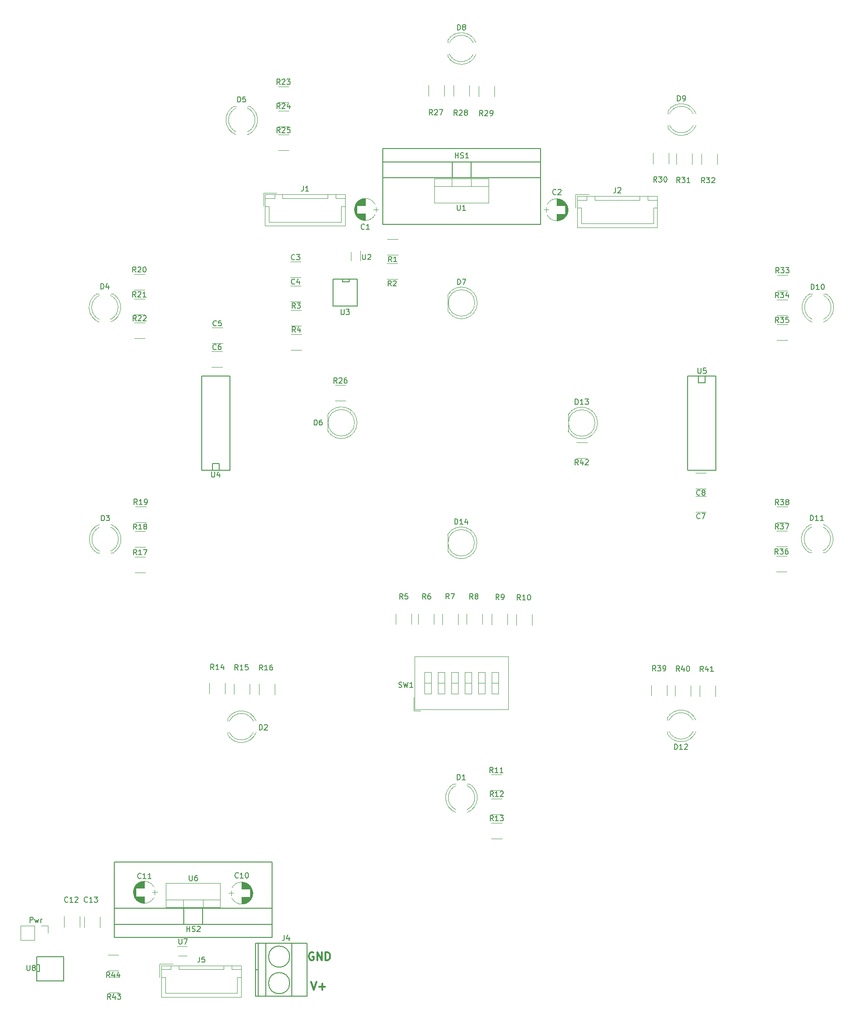
<source format=gto>
G04 #@! TF.FileFunction,Legend,Top*
%FSLAX46Y46*%
G04 Gerber Fmt 4.6, Leading zero omitted, Abs format (unit mm)*
G04 Created by KiCad (PCBNEW 4.0.7) date 02/24/18 14:33:00*
%MOMM*%
%LPD*%
G01*
G04 APERTURE LIST*
%ADD10C,0.100000*%
%ADD11C,0.300000*%
%ADD12C,0.150000*%
%ADD13C,0.120000*%
G04 APERTURE END LIST*
D10*
D11*
X64611429Y-196434971D02*
X65111429Y-197934971D01*
X65611429Y-196434971D01*
X66111429Y-197363543D02*
X67254286Y-197363543D01*
X66682857Y-197934971D02*
X66682857Y-196792114D01*
X65049543Y-190918400D02*
X64906686Y-190846971D01*
X64692400Y-190846971D01*
X64478115Y-190918400D01*
X64335257Y-191061257D01*
X64263829Y-191204114D01*
X64192400Y-191489829D01*
X64192400Y-191704114D01*
X64263829Y-191989829D01*
X64335257Y-192132686D01*
X64478115Y-192275543D01*
X64692400Y-192346971D01*
X64835257Y-192346971D01*
X65049543Y-192275543D01*
X65120972Y-192204114D01*
X65120972Y-191704114D01*
X64835257Y-191704114D01*
X65763829Y-192346971D02*
X65763829Y-190846971D01*
X66620972Y-192346971D01*
X66620972Y-190846971D01*
X67335258Y-192346971D02*
X67335258Y-190846971D01*
X67692401Y-190846971D01*
X67906686Y-190918400D01*
X68049544Y-191061257D01*
X68120972Y-191204114D01*
X68192401Y-191489829D01*
X68192401Y-191704114D01*
X68120972Y-191989829D01*
X68049544Y-192132686D01*
X67906686Y-192275543D01*
X67692401Y-192346971D01*
X67335258Y-192346971D01*
D12*
X94792800Y-44730800D02*
X94792800Y-41730800D01*
X91236800Y-44730800D02*
X91236800Y-41730800D01*
X107914800Y-41730800D02*
X78114800Y-41730800D01*
X107914800Y-39230800D02*
X107914800Y-53500800D01*
X107914800Y-39230800D02*
X78114800Y-39230800D01*
X107914800Y-44730800D02*
X78114800Y-44730800D01*
X78114800Y-39230800D02*
X78114800Y-53500800D01*
X107914800Y-53500800D02*
X78114800Y-53500800D01*
D13*
X72993964Y-51677570D02*
G75*
G03X76686396Y-51678400I1846436J979170D01*
G01*
X72993964Y-49719230D02*
G75*
G02X76686396Y-49718400I1846436J-979170D01*
G01*
X72993964Y-49719230D02*
G75*
G03X72994404Y-51678400I1846436J-979170D01*
G01*
X74840400Y-49918400D02*
X74840400Y-48648400D01*
X74840400Y-52748400D02*
X74840400Y-51478400D01*
X74800400Y-52748400D02*
X74800400Y-51478400D01*
X74800400Y-49918400D02*
X74800400Y-48648400D01*
X74760400Y-52747400D02*
X74760400Y-51478400D01*
X74760400Y-49918400D02*
X74760400Y-48649400D01*
X74720400Y-52745400D02*
X74720400Y-51478400D01*
X74720400Y-49918400D02*
X74720400Y-48651400D01*
X74680400Y-52742400D02*
X74680400Y-51478400D01*
X74680400Y-49918400D02*
X74680400Y-48654400D01*
X74640400Y-52739400D02*
X74640400Y-51478400D01*
X74640400Y-49918400D02*
X74640400Y-48657400D01*
X74600400Y-52735400D02*
X74600400Y-51478400D01*
X74600400Y-49918400D02*
X74600400Y-48661400D01*
X74560400Y-52730400D02*
X74560400Y-51478400D01*
X74560400Y-49918400D02*
X74560400Y-48666400D01*
X74520400Y-52724400D02*
X74520400Y-51478400D01*
X74520400Y-49918400D02*
X74520400Y-48672400D01*
X74480400Y-52717400D02*
X74480400Y-51478400D01*
X74480400Y-49918400D02*
X74480400Y-48679400D01*
X74440400Y-52710400D02*
X74440400Y-51478400D01*
X74440400Y-49918400D02*
X74440400Y-48686400D01*
X74400400Y-52702400D02*
X74400400Y-51478400D01*
X74400400Y-49918400D02*
X74400400Y-48694400D01*
X74360400Y-52693400D02*
X74360400Y-51478400D01*
X74360400Y-49918400D02*
X74360400Y-48703400D01*
X74320400Y-52683400D02*
X74320400Y-51478400D01*
X74320400Y-49918400D02*
X74320400Y-48713400D01*
X74280400Y-52672400D02*
X74280400Y-51478400D01*
X74280400Y-49918400D02*
X74280400Y-48724400D01*
X74240400Y-52661400D02*
X74240400Y-51478400D01*
X74240400Y-49918400D02*
X74240400Y-48735400D01*
X74200400Y-52648400D02*
X74200400Y-51478400D01*
X74200400Y-49918400D02*
X74200400Y-48748400D01*
X74160400Y-52635400D02*
X74160400Y-51478400D01*
X74160400Y-49918400D02*
X74160400Y-48761400D01*
X74119400Y-52621400D02*
X74119400Y-51478400D01*
X74119400Y-49918400D02*
X74119400Y-48775400D01*
X74079400Y-52605400D02*
X74079400Y-51478400D01*
X74079400Y-49918400D02*
X74079400Y-48791400D01*
X74039400Y-52589400D02*
X74039400Y-51478400D01*
X74039400Y-49918400D02*
X74039400Y-48807400D01*
X73999400Y-52572400D02*
X73999400Y-51478400D01*
X73999400Y-49918400D02*
X73999400Y-48824400D01*
X73959400Y-52554400D02*
X73959400Y-51478400D01*
X73959400Y-49918400D02*
X73959400Y-48842400D01*
X73919400Y-52535400D02*
X73919400Y-51478400D01*
X73919400Y-49918400D02*
X73919400Y-48861400D01*
X73879400Y-52515400D02*
X73879400Y-51478400D01*
X73879400Y-49918400D02*
X73879400Y-48881400D01*
X73839400Y-52494400D02*
X73839400Y-51478400D01*
X73839400Y-49918400D02*
X73839400Y-48902400D01*
X73799400Y-52471400D02*
X73799400Y-51478400D01*
X73799400Y-49918400D02*
X73799400Y-48925400D01*
X73759400Y-52448400D02*
X73759400Y-51478400D01*
X73759400Y-49918400D02*
X73759400Y-48948400D01*
X73719400Y-52423400D02*
X73719400Y-51478400D01*
X73719400Y-49918400D02*
X73719400Y-48973400D01*
X73679400Y-52397400D02*
X73679400Y-51478400D01*
X73679400Y-49918400D02*
X73679400Y-48999400D01*
X73639400Y-52370400D02*
X73639400Y-51478400D01*
X73639400Y-49918400D02*
X73639400Y-49026400D01*
X73599400Y-52341400D02*
X73599400Y-51478400D01*
X73599400Y-49918400D02*
X73599400Y-49055400D01*
X73559400Y-52311400D02*
X73559400Y-51478400D01*
X73559400Y-49918400D02*
X73559400Y-49085400D01*
X73519400Y-52279400D02*
X73519400Y-51478400D01*
X73519400Y-49918400D02*
X73519400Y-49117400D01*
X73479400Y-52245400D02*
X73479400Y-51478400D01*
X73479400Y-49918400D02*
X73479400Y-49151400D01*
X73439400Y-52210400D02*
X73439400Y-51478400D01*
X73439400Y-49918400D02*
X73439400Y-49186400D01*
X73399400Y-52173400D02*
X73399400Y-51478400D01*
X73399400Y-49918400D02*
X73399400Y-49223400D01*
X73359400Y-52134400D02*
X73359400Y-51478400D01*
X73359400Y-49918400D02*
X73359400Y-49262400D01*
X73319400Y-52093400D02*
X73319400Y-51478400D01*
X73319400Y-49918400D02*
X73319400Y-49303400D01*
X73279400Y-52049400D02*
X73279400Y-49347400D01*
X73239400Y-52003400D02*
X73239400Y-49393400D01*
X73199400Y-51954400D02*
X73199400Y-49442400D01*
X73159400Y-51902400D02*
X73159400Y-49494400D01*
X73119400Y-51846400D02*
X73119400Y-49550400D01*
X73079400Y-51786400D02*
X73079400Y-49610400D01*
X73039400Y-51721400D02*
X73039400Y-49675400D01*
X72999400Y-51650400D02*
X72999400Y-49746400D01*
X72959400Y-51572400D02*
X72959400Y-49824400D01*
X72919400Y-51484400D02*
X72919400Y-49912400D01*
X72879400Y-51384400D02*
X72879400Y-50012400D01*
X72839400Y-51265400D02*
X72839400Y-50131400D01*
X72799400Y-51113400D02*
X72799400Y-50283400D01*
X72759400Y-50863400D02*
X72759400Y-50533400D01*
X77290400Y-50698400D02*
X76390400Y-50698400D01*
X76840400Y-51148400D02*
X76840400Y-50248400D01*
X112883236Y-49770030D02*
G75*
G03X109190804Y-49769200I-1846436J-979170D01*
G01*
X112883236Y-51728370D02*
G75*
G02X109190804Y-51729200I-1846436J979170D01*
G01*
X112883236Y-51728370D02*
G75*
G03X112882796Y-49769200I-1846436J979170D01*
G01*
X111036800Y-51529200D02*
X111036800Y-52799200D01*
X111036800Y-48699200D02*
X111036800Y-49969200D01*
X111076800Y-48699200D02*
X111076800Y-49969200D01*
X111076800Y-51529200D02*
X111076800Y-52799200D01*
X111116800Y-48700200D02*
X111116800Y-49969200D01*
X111116800Y-51529200D02*
X111116800Y-52798200D01*
X111156800Y-48702200D02*
X111156800Y-49969200D01*
X111156800Y-51529200D02*
X111156800Y-52796200D01*
X111196800Y-48705200D02*
X111196800Y-49969200D01*
X111196800Y-51529200D02*
X111196800Y-52793200D01*
X111236800Y-48708200D02*
X111236800Y-49969200D01*
X111236800Y-51529200D02*
X111236800Y-52790200D01*
X111276800Y-48712200D02*
X111276800Y-49969200D01*
X111276800Y-51529200D02*
X111276800Y-52786200D01*
X111316800Y-48717200D02*
X111316800Y-49969200D01*
X111316800Y-51529200D02*
X111316800Y-52781200D01*
X111356800Y-48723200D02*
X111356800Y-49969200D01*
X111356800Y-51529200D02*
X111356800Y-52775200D01*
X111396800Y-48730200D02*
X111396800Y-49969200D01*
X111396800Y-51529200D02*
X111396800Y-52768200D01*
X111436800Y-48737200D02*
X111436800Y-49969200D01*
X111436800Y-51529200D02*
X111436800Y-52761200D01*
X111476800Y-48745200D02*
X111476800Y-49969200D01*
X111476800Y-51529200D02*
X111476800Y-52753200D01*
X111516800Y-48754200D02*
X111516800Y-49969200D01*
X111516800Y-51529200D02*
X111516800Y-52744200D01*
X111556800Y-48764200D02*
X111556800Y-49969200D01*
X111556800Y-51529200D02*
X111556800Y-52734200D01*
X111596800Y-48775200D02*
X111596800Y-49969200D01*
X111596800Y-51529200D02*
X111596800Y-52723200D01*
X111636800Y-48786200D02*
X111636800Y-49969200D01*
X111636800Y-51529200D02*
X111636800Y-52712200D01*
X111676800Y-48799200D02*
X111676800Y-49969200D01*
X111676800Y-51529200D02*
X111676800Y-52699200D01*
X111716800Y-48812200D02*
X111716800Y-49969200D01*
X111716800Y-51529200D02*
X111716800Y-52686200D01*
X111757800Y-48826200D02*
X111757800Y-49969200D01*
X111757800Y-51529200D02*
X111757800Y-52672200D01*
X111797800Y-48842200D02*
X111797800Y-49969200D01*
X111797800Y-51529200D02*
X111797800Y-52656200D01*
X111837800Y-48858200D02*
X111837800Y-49969200D01*
X111837800Y-51529200D02*
X111837800Y-52640200D01*
X111877800Y-48875200D02*
X111877800Y-49969200D01*
X111877800Y-51529200D02*
X111877800Y-52623200D01*
X111917800Y-48893200D02*
X111917800Y-49969200D01*
X111917800Y-51529200D02*
X111917800Y-52605200D01*
X111957800Y-48912200D02*
X111957800Y-49969200D01*
X111957800Y-51529200D02*
X111957800Y-52586200D01*
X111997800Y-48932200D02*
X111997800Y-49969200D01*
X111997800Y-51529200D02*
X111997800Y-52566200D01*
X112037800Y-48953200D02*
X112037800Y-49969200D01*
X112037800Y-51529200D02*
X112037800Y-52545200D01*
X112077800Y-48976200D02*
X112077800Y-49969200D01*
X112077800Y-51529200D02*
X112077800Y-52522200D01*
X112117800Y-48999200D02*
X112117800Y-49969200D01*
X112117800Y-51529200D02*
X112117800Y-52499200D01*
X112157800Y-49024200D02*
X112157800Y-49969200D01*
X112157800Y-51529200D02*
X112157800Y-52474200D01*
X112197800Y-49050200D02*
X112197800Y-49969200D01*
X112197800Y-51529200D02*
X112197800Y-52448200D01*
X112237800Y-49077200D02*
X112237800Y-49969200D01*
X112237800Y-51529200D02*
X112237800Y-52421200D01*
X112277800Y-49106200D02*
X112277800Y-49969200D01*
X112277800Y-51529200D02*
X112277800Y-52392200D01*
X112317800Y-49136200D02*
X112317800Y-49969200D01*
X112317800Y-51529200D02*
X112317800Y-52362200D01*
X112357800Y-49168200D02*
X112357800Y-49969200D01*
X112357800Y-51529200D02*
X112357800Y-52330200D01*
X112397800Y-49202200D02*
X112397800Y-49969200D01*
X112397800Y-51529200D02*
X112397800Y-52296200D01*
X112437800Y-49237200D02*
X112437800Y-49969200D01*
X112437800Y-51529200D02*
X112437800Y-52261200D01*
X112477800Y-49274200D02*
X112477800Y-49969200D01*
X112477800Y-51529200D02*
X112477800Y-52224200D01*
X112517800Y-49313200D02*
X112517800Y-49969200D01*
X112517800Y-51529200D02*
X112517800Y-52185200D01*
X112557800Y-49354200D02*
X112557800Y-49969200D01*
X112557800Y-51529200D02*
X112557800Y-52144200D01*
X112597800Y-49398200D02*
X112597800Y-52100200D01*
X112637800Y-49444200D02*
X112637800Y-52054200D01*
X112677800Y-49493200D02*
X112677800Y-52005200D01*
X112717800Y-49545200D02*
X112717800Y-51953200D01*
X112757800Y-49601200D02*
X112757800Y-51897200D01*
X112797800Y-49661200D02*
X112797800Y-51837200D01*
X112837800Y-49726200D02*
X112837800Y-51772200D01*
X112877800Y-49797200D02*
X112877800Y-51701200D01*
X112917800Y-49875200D02*
X112917800Y-51623200D01*
X112957800Y-49963200D02*
X112957800Y-51535200D01*
X112997800Y-50063200D02*
X112997800Y-51435200D01*
X113037800Y-50182200D02*
X113037800Y-51316200D01*
X113077800Y-50334200D02*
X113077800Y-51164200D01*
X113117800Y-50584200D02*
X113117800Y-50914200D01*
X108586800Y-50749200D02*
X109486800Y-50749200D01*
X109036800Y-50299200D02*
X109036800Y-51199200D01*
X62671200Y-60496000D02*
X60671200Y-60496000D01*
X60671200Y-63456000D02*
X62671200Y-63456000D01*
X62671200Y-65118800D02*
X60671200Y-65118800D01*
X60671200Y-68078800D02*
X62671200Y-68078800D01*
X47888400Y-72992800D02*
X45888400Y-72992800D01*
X45888400Y-75952800D02*
X47888400Y-75952800D01*
X47837600Y-77463200D02*
X45837600Y-77463200D01*
X45837600Y-80423200D02*
X47837600Y-80423200D01*
X137226800Y-107804400D02*
X139226800Y-107804400D01*
X139226800Y-104844400D02*
X137226800Y-104844400D01*
X137226800Y-103384800D02*
X139226800Y-103384800D01*
X139226800Y-100424800D02*
X137226800Y-100424800D01*
X53345636Y-178700430D02*
G75*
G03X49653204Y-178699600I-1846436J-979170D01*
G01*
X53345636Y-180658770D02*
G75*
G02X49653204Y-180659600I-1846436J979170D01*
G01*
X53345636Y-180658770D02*
G75*
G03X53345196Y-178699600I-1846436J979170D01*
G01*
X51499200Y-180459600D02*
X51499200Y-181729600D01*
X51499200Y-177629600D02*
X51499200Y-178899600D01*
X51539200Y-177629600D02*
X51539200Y-178899600D01*
X51539200Y-180459600D02*
X51539200Y-181729600D01*
X51579200Y-177630600D02*
X51579200Y-178899600D01*
X51579200Y-180459600D02*
X51579200Y-181728600D01*
X51619200Y-177632600D02*
X51619200Y-178899600D01*
X51619200Y-180459600D02*
X51619200Y-181726600D01*
X51659200Y-177635600D02*
X51659200Y-178899600D01*
X51659200Y-180459600D02*
X51659200Y-181723600D01*
X51699200Y-177638600D02*
X51699200Y-178899600D01*
X51699200Y-180459600D02*
X51699200Y-181720600D01*
X51739200Y-177642600D02*
X51739200Y-178899600D01*
X51739200Y-180459600D02*
X51739200Y-181716600D01*
X51779200Y-177647600D02*
X51779200Y-178899600D01*
X51779200Y-180459600D02*
X51779200Y-181711600D01*
X51819200Y-177653600D02*
X51819200Y-178899600D01*
X51819200Y-180459600D02*
X51819200Y-181705600D01*
X51859200Y-177660600D02*
X51859200Y-178899600D01*
X51859200Y-180459600D02*
X51859200Y-181698600D01*
X51899200Y-177667600D02*
X51899200Y-178899600D01*
X51899200Y-180459600D02*
X51899200Y-181691600D01*
X51939200Y-177675600D02*
X51939200Y-178899600D01*
X51939200Y-180459600D02*
X51939200Y-181683600D01*
X51979200Y-177684600D02*
X51979200Y-178899600D01*
X51979200Y-180459600D02*
X51979200Y-181674600D01*
X52019200Y-177694600D02*
X52019200Y-178899600D01*
X52019200Y-180459600D02*
X52019200Y-181664600D01*
X52059200Y-177705600D02*
X52059200Y-178899600D01*
X52059200Y-180459600D02*
X52059200Y-181653600D01*
X52099200Y-177716600D02*
X52099200Y-178899600D01*
X52099200Y-180459600D02*
X52099200Y-181642600D01*
X52139200Y-177729600D02*
X52139200Y-178899600D01*
X52139200Y-180459600D02*
X52139200Y-181629600D01*
X52179200Y-177742600D02*
X52179200Y-178899600D01*
X52179200Y-180459600D02*
X52179200Y-181616600D01*
X52220200Y-177756600D02*
X52220200Y-178899600D01*
X52220200Y-180459600D02*
X52220200Y-181602600D01*
X52260200Y-177772600D02*
X52260200Y-178899600D01*
X52260200Y-180459600D02*
X52260200Y-181586600D01*
X52300200Y-177788600D02*
X52300200Y-178899600D01*
X52300200Y-180459600D02*
X52300200Y-181570600D01*
X52340200Y-177805600D02*
X52340200Y-178899600D01*
X52340200Y-180459600D02*
X52340200Y-181553600D01*
X52380200Y-177823600D02*
X52380200Y-178899600D01*
X52380200Y-180459600D02*
X52380200Y-181535600D01*
X52420200Y-177842600D02*
X52420200Y-178899600D01*
X52420200Y-180459600D02*
X52420200Y-181516600D01*
X52460200Y-177862600D02*
X52460200Y-178899600D01*
X52460200Y-180459600D02*
X52460200Y-181496600D01*
X52500200Y-177883600D02*
X52500200Y-178899600D01*
X52500200Y-180459600D02*
X52500200Y-181475600D01*
X52540200Y-177906600D02*
X52540200Y-178899600D01*
X52540200Y-180459600D02*
X52540200Y-181452600D01*
X52580200Y-177929600D02*
X52580200Y-178899600D01*
X52580200Y-180459600D02*
X52580200Y-181429600D01*
X52620200Y-177954600D02*
X52620200Y-178899600D01*
X52620200Y-180459600D02*
X52620200Y-181404600D01*
X52660200Y-177980600D02*
X52660200Y-178899600D01*
X52660200Y-180459600D02*
X52660200Y-181378600D01*
X52700200Y-178007600D02*
X52700200Y-178899600D01*
X52700200Y-180459600D02*
X52700200Y-181351600D01*
X52740200Y-178036600D02*
X52740200Y-178899600D01*
X52740200Y-180459600D02*
X52740200Y-181322600D01*
X52780200Y-178066600D02*
X52780200Y-178899600D01*
X52780200Y-180459600D02*
X52780200Y-181292600D01*
X52820200Y-178098600D02*
X52820200Y-178899600D01*
X52820200Y-180459600D02*
X52820200Y-181260600D01*
X52860200Y-178132600D02*
X52860200Y-178899600D01*
X52860200Y-180459600D02*
X52860200Y-181226600D01*
X52900200Y-178167600D02*
X52900200Y-178899600D01*
X52900200Y-180459600D02*
X52900200Y-181191600D01*
X52940200Y-178204600D02*
X52940200Y-178899600D01*
X52940200Y-180459600D02*
X52940200Y-181154600D01*
X52980200Y-178243600D02*
X52980200Y-178899600D01*
X52980200Y-180459600D02*
X52980200Y-181115600D01*
X53020200Y-178284600D02*
X53020200Y-178899600D01*
X53020200Y-180459600D02*
X53020200Y-181074600D01*
X53060200Y-178328600D02*
X53060200Y-181030600D01*
X53100200Y-178374600D02*
X53100200Y-180984600D01*
X53140200Y-178423600D02*
X53140200Y-180935600D01*
X53180200Y-178475600D02*
X53180200Y-180883600D01*
X53220200Y-178531600D02*
X53220200Y-180827600D01*
X53260200Y-178591600D02*
X53260200Y-180767600D01*
X53300200Y-178656600D02*
X53300200Y-180702600D01*
X53340200Y-178727600D02*
X53340200Y-180631600D01*
X53380200Y-178805600D02*
X53380200Y-180553600D01*
X53420200Y-178893600D02*
X53420200Y-180465600D01*
X53460200Y-178993600D02*
X53460200Y-180365600D01*
X53500200Y-179112600D02*
X53500200Y-180246600D01*
X53540200Y-179264600D02*
X53540200Y-180094600D01*
X53580200Y-179514600D02*
X53580200Y-179844600D01*
X49049200Y-179679600D02*
X49949200Y-179679600D01*
X49499200Y-179229600D02*
X49499200Y-180129600D01*
X31236364Y-180506370D02*
G75*
G03X34928796Y-180507200I1846436J979170D01*
G01*
X31236364Y-178548030D02*
G75*
G02X34928796Y-178547200I1846436J-979170D01*
G01*
X31236364Y-178548030D02*
G75*
G03X31236804Y-180507200I1846436J-979170D01*
G01*
X33082800Y-178747200D02*
X33082800Y-177477200D01*
X33082800Y-181577200D02*
X33082800Y-180307200D01*
X33042800Y-181577200D02*
X33042800Y-180307200D01*
X33042800Y-178747200D02*
X33042800Y-177477200D01*
X33002800Y-181576200D02*
X33002800Y-180307200D01*
X33002800Y-178747200D02*
X33002800Y-177478200D01*
X32962800Y-181574200D02*
X32962800Y-180307200D01*
X32962800Y-178747200D02*
X32962800Y-177480200D01*
X32922800Y-181571200D02*
X32922800Y-180307200D01*
X32922800Y-178747200D02*
X32922800Y-177483200D01*
X32882800Y-181568200D02*
X32882800Y-180307200D01*
X32882800Y-178747200D02*
X32882800Y-177486200D01*
X32842800Y-181564200D02*
X32842800Y-180307200D01*
X32842800Y-178747200D02*
X32842800Y-177490200D01*
X32802800Y-181559200D02*
X32802800Y-180307200D01*
X32802800Y-178747200D02*
X32802800Y-177495200D01*
X32762800Y-181553200D02*
X32762800Y-180307200D01*
X32762800Y-178747200D02*
X32762800Y-177501200D01*
X32722800Y-181546200D02*
X32722800Y-180307200D01*
X32722800Y-178747200D02*
X32722800Y-177508200D01*
X32682800Y-181539200D02*
X32682800Y-180307200D01*
X32682800Y-178747200D02*
X32682800Y-177515200D01*
X32642800Y-181531200D02*
X32642800Y-180307200D01*
X32642800Y-178747200D02*
X32642800Y-177523200D01*
X32602800Y-181522200D02*
X32602800Y-180307200D01*
X32602800Y-178747200D02*
X32602800Y-177532200D01*
X32562800Y-181512200D02*
X32562800Y-180307200D01*
X32562800Y-178747200D02*
X32562800Y-177542200D01*
X32522800Y-181501200D02*
X32522800Y-180307200D01*
X32522800Y-178747200D02*
X32522800Y-177553200D01*
X32482800Y-181490200D02*
X32482800Y-180307200D01*
X32482800Y-178747200D02*
X32482800Y-177564200D01*
X32442800Y-181477200D02*
X32442800Y-180307200D01*
X32442800Y-178747200D02*
X32442800Y-177577200D01*
X32402800Y-181464200D02*
X32402800Y-180307200D01*
X32402800Y-178747200D02*
X32402800Y-177590200D01*
X32361800Y-181450200D02*
X32361800Y-180307200D01*
X32361800Y-178747200D02*
X32361800Y-177604200D01*
X32321800Y-181434200D02*
X32321800Y-180307200D01*
X32321800Y-178747200D02*
X32321800Y-177620200D01*
X32281800Y-181418200D02*
X32281800Y-180307200D01*
X32281800Y-178747200D02*
X32281800Y-177636200D01*
X32241800Y-181401200D02*
X32241800Y-180307200D01*
X32241800Y-178747200D02*
X32241800Y-177653200D01*
X32201800Y-181383200D02*
X32201800Y-180307200D01*
X32201800Y-178747200D02*
X32201800Y-177671200D01*
X32161800Y-181364200D02*
X32161800Y-180307200D01*
X32161800Y-178747200D02*
X32161800Y-177690200D01*
X32121800Y-181344200D02*
X32121800Y-180307200D01*
X32121800Y-178747200D02*
X32121800Y-177710200D01*
X32081800Y-181323200D02*
X32081800Y-180307200D01*
X32081800Y-178747200D02*
X32081800Y-177731200D01*
X32041800Y-181300200D02*
X32041800Y-180307200D01*
X32041800Y-178747200D02*
X32041800Y-177754200D01*
X32001800Y-181277200D02*
X32001800Y-180307200D01*
X32001800Y-178747200D02*
X32001800Y-177777200D01*
X31961800Y-181252200D02*
X31961800Y-180307200D01*
X31961800Y-178747200D02*
X31961800Y-177802200D01*
X31921800Y-181226200D02*
X31921800Y-180307200D01*
X31921800Y-178747200D02*
X31921800Y-177828200D01*
X31881800Y-181199200D02*
X31881800Y-180307200D01*
X31881800Y-178747200D02*
X31881800Y-177855200D01*
X31841800Y-181170200D02*
X31841800Y-180307200D01*
X31841800Y-178747200D02*
X31841800Y-177884200D01*
X31801800Y-181140200D02*
X31801800Y-180307200D01*
X31801800Y-178747200D02*
X31801800Y-177914200D01*
X31761800Y-181108200D02*
X31761800Y-180307200D01*
X31761800Y-178747200D02*
X31761800Y-177946200D01*
X31721800Y-181074200D02*
X31721800Y-180307200D01*
X31721800Y-178747200D02*
X31721800Y-177980200D01*
X31681800Y-181039200D02*
X31681800Y-180307200D01*
X31681800Y-178747200D02*
X31681800Y-178015200D01*
X31641800Y-181002200D02*
X31641800Y-180307200D01*
X31641800Y-178747200D02*
X31641800Y-178052200D01*
X31601800Y-180963200D02*
X31601800Y-180307200D01*
X31601800Y-178747200D02*
X31601800Y-178091200D01*
X31561800Y-180922200D02*
X31561800Y-180307200D01*
X31561800Y-178747200D02*
X31561800Y-178132200D01*
X31521800Y-180878200D02*
X31521800Y-178176200D01*
X31481800Y-180832200D02*
X31481800Y-178222200D01*
X31441800Y-180783200D02*
X31441800Y-178271200D01*
X31401800Y-180731200D02*
X31401800Y-178323200D01*
X31361800Y-180675200D02*
X31361800Y-178379200D01*
X31321800Y-180615200D02*
X31321800Y-178439200D01*
X31281800Y-180550200D02*
X31281800Y-178504200D01*
X31241800Y-180479200D02*
X31241800Y-178575200D01*
X31201800Y-180401200D02*
X31201800Y-178653200D01*
X31161800Y-180313200D02*
X31161800Y-178741200D01*
X31121800Y-180213200D02*
X31121800Y-178841200D01*
X31081800Y-180094200D02*
X31081800Y-178960200D01*
X31041800Y-179942200D02*
X31041800Y-179112200D01*
X31001800Y-179692200D02*
X31001800Y-179362200D01*
X35532800Y-179527200D02*
X34632800Y-179527200D01*
X35082800Y-179977200D02*
X35082800Y-179077200D01*
X17976400Y-184064400D02*
X17976400Y-186064400D01*
X20936400Y-186064400D02*
X20936400Y-184064400D01*
X21735600Y-184166000D02*
X21735600Y-186166000D01*
X24695600Y-186166000D02*
X24695600Y-184166000D01*
X94095627Y-164458815D02*
G75*
G03X94559630Y-159111000I-1080827J2787815D01*
G01*
X91933973Y-164458815D02*
G75*
G02X91469970Y-159111000I1080827J2787815D01*
G01*
X94095229Y-163925479D02*
G75*
G03X94094800Y-159416316I-1080429J2254479D01*
G01*
X91934371Y-163925479D02*
G75*
G02X91934800Y-159416316I1080429J2254479D01*
G01*
X94559800Y-159111000D02*
X94094800Y-159111000D01*
X91934800Y-159111000D02*
X91469800Y-159111000D01*
X54222815Y-147204373D02*
G75*
G03X48875000Y-146740370I-2787815J-1080827D01*
G01*
X54222815Y-149366027D02*
G75*
G02X48875000Y-149830030I-2787815J1080827D01*
G01*
X53689479Y-147204771D02*
G75*
G03X49180316Y-147205200I-2254479J-1080429D01*
G01*
X53689479Y-149365629D02*
G75*
G02X49180316Y-149365200I-2254479J1080429D01*
G01*
X48875000Y-146740200D02*
X48875000Y-147205200D01*
X48875000Y-149365200D02*
X48875000Y-149830200D01*
X24623973Y-110115185D02*
G75*
G03X24159970Y-115463000I1080827J-2787815D01*
G01*
X26785627Y-110115185D02*
G75*
G02X27249630Y-115463000I-1080827J-2787815D01*
G01*
X24624371Y-110648521D02*
G75*
G03X24624800Y-115157684I1080429J-2254479D01*
G01*
X26785229Y-110648521D02*
G75*
G02X26784800Y-115157684I-1080429J-2254479D01*
G01*
X24159800Y-115463000D02*
X24624800Y-115463000D01*
X26784800Y-115463000D02*
X27249800Y-115463000D01*
X26734827Y-71952015D02*
G75*
G03X27198830Y-66604200I-1080827J2787815D01*
G01*
X24573173Y-71952015D02*
G75*
G02X24109170Y-66604200I1080827J2787815D01*
G01*
X26734429Y-71418679D02*
G75*
G03X26734000Y-66909516I-1080429J2254479D01*
G01*
X24573571Y-71418679D02*
G75*
G02X24574000Y-66909516I1080429J2254479D01*
G01*
X27199000Y-66604200D02*
X26734000Y-66604200D01*
X24574000Y-66604200D02*
X24109000Y-66604200D01*
X52592027Y-36595215D02*
G75*
G03X53056030Y-31247400I-1080827J2787815D01*
G01*
X50430373Y-36595215D02*
G75*
G02X49966370Y-31247400I1080827J2787815D01*
G01*
X52591629Y-36061879D02*
G75*
G03X52591200Y-31552716I-1080429J2254479D01*
G01*
X50430771Y-36061879D02*
G75*
G02X50431200Y-31552716I1080429J2254479D01*
G01*
X53056200Y-31247400D02*
X52591200Y-31247400D01*
X50431200Y-31247400D02*
X49966200Y-31247400D01*
X73297200Y-90932462D02*
G75*
G03X67747200Y-89387170I-2990000J462D01*
G01*
X73297200Y-90931538D02*
G75*
G02X67747200Y-92476830I-2990000J-462D01*
G01*
X72807200Y-90932000D02*
G75*
G03X72807200Y-90932000I-2500000J0D01*
G01*
X67747200Y-89387000D02*
X67747200Y-92477000D01*
X96004800Y-68326462D02*
G75*
G03X90454800Y-66781170I-2990000J462D01*
G01*
X96004800Y-68325538D02*
G75*
G02X90454800Y-69870830I-2990000J-462D01*
G01*
X95514800Y-68326000D02*
G75*
G03X95514800Y-68326000I-2500000J0D01*
G01*
X90454800Y-66781000D02*
X90454800Y-69871000D01*
X95777215Y-19239173D02*
G75*
G03X90429400Y-18775170I-2787815J-1080827D01*
G01*
X95777215Y-21400827D02*
G75*
G02X90429400Y-21864830I-2787815J1080827D01*
G01*
X95243879Y-19239571D02*
G75*
G03X90734716Y-19240000I-2254479J-1080429D01*
G01*
X95243879Y-21400429D02*
G75*
G02X90734716Y-21400000I-2254479J1080429D01*
G01*
X90429400Y-18775000D02*
X90429400Y-19240000D01*
X90429400Y-21400000D02*
X90429400Y-21865000D01*
X137331615Y-32650373D02*
G75*
G03X131983800Y-32186370I-2787815J-1080827D01*
G01*
X137331615Y-34812027D02*
G75*
G02X131983800Y-35276030I-2787815J1080827D01*
G01*
X136798279Y-32650771D02*
G75*
G03X132289116Y-32651200I-2254479J-1080429D01*
G01*
X136798279Y-34811629D02*
G75*
G02X132289116Y-34811200I-2254479J1080429D01*
G01*
X131983800Y-32186200D02*
X131983800Y-32651200D01*
X131983800Y-34811200D02*
X131983800Y-35276200D01*
X161405627Y-71952015D02*
G75*
G03X161869630Y-66604200I-1080827J2787815D01*
G01*
X159243973Y-71952015D02*
G75*
G02X158779970Y-66604200I1080827J2787815D01*
G01*
X161405229Y-71418679D02*
G75*
G03X161404800Y-66909516I-1080429J2254479D01*
G01*
X159244371Y-71418679D02*
G75*
G02X159244800Y-66909516I1080429J2254479D01*
G01*
X161869800Y-66604200D02*
X161404800Y-66604200D01*
X159244800Y-66604200D02*
X158779800Y-66604200D01*
X159142373Y-110064385D02*
G75*
G03X158678370Y-115412200I1080827J-2787815D01*
G01*
X161304027Y-110064385D02*
G75*
G02X161768030Y-115412200I-1080827J-2787815D01*
G01*
X159142771Y-110597721D02*
G75*
G03X159143200Y-115106884I1080429J-2254479D01*
G01*
X161303629Y-110597721D02*
G75*
G02X161303200Y-115106884I-1080429J-2254479D01*
G01*
X158678200Y-115412200D02*
X159143200Y-115412200D01*
X161303200Y-115412200D02*
X161768200Y-115412200D01*
X137280815Y-147051973D02*
G75*
G03X131933000Y-146587970I-2787815J-1080827D01*
G01*
X137280815Y-149213627D02*
G75*
G02X131933000Y-149677630I-2787815J1080827D01*
G01*
X136747479Y-147052371D02*
G75*
G03X132238316Y-147052800I-2254479J-1080429D01*
G01*
X136747479Y-149213229D02*
G75*
G02X132238316Y-149212800I-2254479J1080429D01*
G01*
X131933000Y-146587800D02*
X131933000Y-147052800D01*
X131933000Y-149212800D02*
X131933000Y-149677800D01*
X118712400Y-90983262D02*
G75*
G03X113162400Y-89437970I-2990000J462D01*
G01*
X118712400Y-90982338D02*
G75*
G02X113162400Y-92527630I-2990000J-462D01*
G01*
X118222400Y-90982800D02*
G75*
G03X118222400Y-90982800I-2500000J0D01*
G01*
X113162400Y-89437800D02*
X113162400Y-92527800D01*
X95954000Y-113589262D02*
G75*
G03X90404000Y-112043970I-2990000J462D01*
G01*
X95954000Y-113588338D02*
G75*
G02X90404000Y-115133630I-2990000J-462D01*
G01*
X95464000Y-113588800D02*
G75*
G03X95464000Y-113588800I-2500000J0D01*
G01*
X90404000Y-112043800D02*
X90404000Y-115133800D01*
X55920800Y-47842000D02*
X55920800Y-53792000D01*
X55920800Y-53792000D02*
X71020800Y-53792000D01*
X71020800Y-53792000D02*
X71020800Y-47842000D01*
X71020800Y-47842000D02*
X55920800Y-47842000D01*
X59220800Y-47842000D02*
X59220800Y-48592000D01*
X59220800Y-48592000D02*
X67720800Y-48592000D01*
X67720800Y-48592000D02*
X67720800Y-47842000D01*
X67720800Y-47842000D02*
X59220800Y-47842000D01*
X55920800Y-47842000D02*
X55920800Y-48592000D01*
X55920800Y-48592000D02*
X57720800Y-48592000D01*
X57720800Y-48592000D02*
X57720800Y-47842000D01*
X57720800Y-47842000D02*
X55920800Y-47842000D01*
X69220800Y-47842000D02*
X69220800Y-48592000D01*
X69220800Y-48592000D02*
X71020800Y-48592000D01*
X71020800Y-48592000D02*
X71020800Y-47842000D01*
X71020800Y-47842000D02*
X69220800Y-47842000D01*
X55920800Y-50092000D02*
X56670800Y-50092000D01*
X56670800Y-50092000D02*
X56670800Y-53042000D01*
X56670800Y-53042000D02*
X63470800Y-53042000D01*
X71020800Y-50092000D02*
X70270800Y-50092000D01*
X70270800Y-50092000D02*
X70270800Y-53042000D01*
X70270800Y-53042000D02*
X63470800Y-53042000D01*
X58120800Y-47542000D02*
X55620800Y-47542000D01*
X55620800Y-47542000D02*
X55620800Y-50042000D01*
X114899600Y-48146800D02*
X114899600Y-54096800D01*
X114899600Y-54096800D02*
X129999600Y-54096800D01*
X129999600Y-54096800D02*
X129999600Y-48146800D01*
X129999600Y-48146800D02*
X114899600Y-48146800D01*
X118199600Y-48146800D02*
X118199600Y-48896800D01*
X118199600Y-48896800D02*
X126699600Y-48896800D01*
X126699600Y-48896800D02*
X126699600Y-48146800D01*
X126699600Y-48146800D02*
X118199600Y-48146800D01*
X114899600Y-48146800D02*
X114899600Y-48896800D01*
X114899600Y-48896800D02*
X116699600Y-48896800D01*
X116699600Y-48896800D02*
X116699600Y-48146800D01*
X116699600Y-48146800D02*
X114899600Y-48146800D01*
X128199600Y-48146800D02*
X128199600Y-48896800D01*
X128199600Y-48896800D02*
X129999600Y-48896800D01*
X129999600Y-48896800D02*
X129999600Y-48146800D01*
X129999600Y-48146800D02*
X128199600Y-48146800D01*
X114899600Y-50396800D02*
X115649600Y-50396800D01*
X115649600Y-50396800D02*
X115649600Y-53346800D01*
X115649600Y-53346800D02*
X122449600Y-53346800D01*
X129999600Y-50396800D02*
X129249600Y-50396800D01*
X129249600Y-50396800D02*
X129249600Y-53346800D01*
X129249600Y-53346800D02*
X122449600Y-53346800D01*
X117099600Y-47846800D02*
X114599600Y-47846800D01*
X114599600Y-47846800D02*
X114599600Y-50346800D01*
D12*
X54574000Y-194168400D02*
X54074000Y-194168400D01*
X56074000Y-189168400D02*
X56074000Y-199168400D01*
X60974000Y-189168400D02*
X60974000Y-199168400D01*
X54574000Y-189168400D02*
X54574000Y-199168400D01*
X54074000Y-189168400D02*
X54074000Y-199168400D01*
X54074000Y-199168400D02*
X63874000Y-199168400D01*
X63874000Y-199168400D02*
X63874000Y-189168400D01*
X63874000Y-189168400D02*
X54074000Y-189168400D01*
X60574000Y-196668400D02*
G75*
G03X60574000Y-196668400I-2000000J0D01*
G01*
X60574000Y-191668400D02*
G75*
G03X60574000Y-191668400I-2000000J0D01*
G01*
D13*
X36312000Y-193333200D02*
X36312000Y-199283200D01*
X36312000Y-199283200D02*
X51412000Y-199283200D01*
X51412000Y-199283200D02*
X51412000Y-193333200D01*
X51412000Y-193333200D02*
X36312000Y-193333200D01*
X39612000Y-193333200D02*
X39612000Y-194083200D01*
X39612000Y-194083200D02*
X48112000Y-194083200D01*
X48112000Y-194083200D02*
X48112000Y-193333200D01*
X48112000Y-193333200D02*
X39612000Y-193333200D01*
X36312000Y-193333200D02*
X36312000Y-194083200D01*
X36312000Y-194083200D02*
X38112000Y-194083200D01*
X38112000Y-194083200D02*
X38112000Y-193333200D01*
X38112000Y-193333200D02*
X36312000Y-193333200D01*
X49612000Y-193333200D02*
X49612000Y-194083200D01*
X49612000Y-194083200D02*
X51412000Y-194083200D01*
X51412000Y-194083200D02*
X51412000Y-193333200D01*
X51412000Y-193333200D02*
X49612000Y-193333200D01*
X36312000Y-195583200D02*
X37062000Y-195583200D01*
X37062000Y-195583200D02*
X37062000Y-198533200D01*
X37062000Y-198533200D02*
X43862000Y-198533200D01*
X51412000Y-195583200D02*
X50662000Y-195583200D01*
X50662000Y-195583200D02*
X50662000Y-198533200D01*
X50662000Y-198533200D02*
X43862000Y-198533200D01*
X38512000Y-193033200D02*
X36012000Y-193033200D01*
X36012000Y-193033200D02*
X36012000Y-195533200D01*
X79010000Y-56330400D02*
X81010000Y-56330400D01*
X81010000Y-59290400D02*
X79010000Y-59290400D01*
X78908400Y-60902400D02*
X80908400Y-60902400D01*
X80908400Y-63862400D02*
X78908400Y-63862400D01*
X62772800Y-72650800D02*
X60772800Y-72650800D01*
X60772800Y-69690800D02*
X62772800Y-69690800D01*
X62823600Y-77172000D02*
X60823600Y-77172000D01*
X60823600Y-74212000D02*
X62823600Y-74212000D01*
X83572800Y-126965200D02*
X83572800Y-128965200D01*
X80612800Y-128965200D02*
X80612800Y-126965200D01*
X87840000Y-126965200D02*
X87840000Y-128965200D01*
X84880000Y-128965200D02*
X84880000Y-126965200D01*
X92361200Y-127016000D02*
X92361200Y-129016000D01*
X89401200Y-129016000D02*
X89401200Y-127016000D01*
X96933200Y-126965200D02*
X96933200Y-128965200D01*
X93973200Y-128965200D02*
X93973200Y-126965200D01*
X101708400Y-127016000D02*
X101708400Y-129016000D01*
X98748400Y-129016000D02*
X98748400Y-127016000D01*
X106382000Y-127117600D02*
X106382000Y-129117600D01*
X103422000Y-129117600D02*
X103422000Y-127117600D01*
X100618800Y-160280800D02*
X98618800Y-160280800D01*
X98618800Y-157320800D02*
X100618800Y-157320800D01*
X100669600Y-164802000D02*
X98669600Y-164802000D01*
X98669600Y-161842000D02*
X100669600Y-161842000D01*
X100669600Y-169374000D02*
X98669600Y-169374000D01*
X98669600Y-166414000D02*
X100669600Y-166414000D01*
X48317600Y-140071600D02*
X48317600Y-142071600D01*
X45357600Y-142071600D02*
X45357600Y-140071600D01*
X53042000Y-140173200D02*
X53042000Y-142173200D01*
X50082000Y-142173200D02*
X50082000Y-140173200D01*
X57715600Y-140224000D02*
X57715600Y-142224000D01*
X54755600Y-142224000D02*
X54755600Y-140224000D01*
X33308800Y-119183600D02*
X31308800Y-119183600D01*
X31308800Y-116223600D02*
X33308800Y-116223600D01*
X33308800Y-114357600D02*
X31308800Y-114357600D01*
X31308800Y-111397600D02*
X33308800Y-111397600D01*
X33410400Y-109684000D02*
X31410400Y-109684000D01*
X31410400Y-106724000D02*
X33410400Y-106724000D01*
X33156400Y-65843600D02*
X31156400Y-65843600D01*
X31156400Y-62883600D02*
X33156400Y-62883600D01*
X33156400Y-70517200D02*
X31156400Y-70517200D01*
X31156400Y-67557200D02*
X33156400Y-67557200D01*
X33207200Y-75038400D02*
X31207200Y-75038400D01*
X31207200Y-72078400D02*
X33207200Y-72078400D01*
X60385200Y-30436000D02*
X58385200Y-30436000D01*
X58385200Y-27476000D02*
X60385200Y-27476000D01*
X60385200Y-35008000D02*
X58385200Y-35008000D01*
X58385200Y-32048000D02*
X60385200Y-32048000D01*
X60385200Y-39529200D02*
X58385200Y-39529200D01*
X58385200Y-36569200D02*
X60385200Y-36569200D01*
X71154800Y-86773200D02*
X69154800Y-86773200D01*
X69154800Y-83813200D02*
X71154800Y-83813200D01*
X89770400Y-27295600D02*
X89770400Y-29295600D01*
X86810400Y-29295600D02*
X86810400Y-27295600D01*
X94494800Y-27295600D02*
X94494800Y-29295600D01*
X91534800Y-29295600D02*
X91534800Y-27295600D01*
X99270000Y-27397200D02*
X99270000Y-29397200D01*
X96310000Y-29397200D02*
X96310000Y-27397200D01*
X132137600Y-40046400D02*
X132137600Y-42046400D01*
X129177600Y-42046400D02*
X129177600Y-40046400D01*
X136608000Y-40148000D02*
X136608000Y-42148000D01*
X133648000Y-42148000D02*
X133648000Y-40148000D01*
X141281600Y-40198800D02*
X141281600Y-42198800D01*
X138321600Y-42198800D02*
X138321600Y-40198800D01*
X154619200Y-65996000D02*
X152619200Y-65996000D01*
X152619200Y-63036000D02*
X154619200Y-63036000D01*
X154568400Y-70669600D02*
X152568400Y-70669600D01*
X152568400Y-67709600D02*
X154568400Y-67709600D01*
X154568400Y-75343200D02*
X152568400Y-75343200D01*
X152568400Y-72383200D02*
X154568400Y-72383200D01*
X154466800Y-119031200D02*
X152466800Y-119031200D01*
X152466800Y-116071200D02*
X154466800Y-116071200D01*
X154517600Y-114306800D02*
X152517600Y-114306800D01*
X152517600Y-111346800D02*
X154517600Y-111346800D01*
X154568400Y-109734800D02*
X152568400Y-109734800D01*
X152568400Y-106774800D02*
X154568400Y-106774800D01*
X131832800Y-140427200D02*
X131832800Y-142427200D01*
X128872800Y-142427200D02*
X128872800Y-140427200D01*
X136354000Y-140528800D02*
X136354000Y-142528800D01*
X133394000Y-142528800D02*
X133394000Y-140528800D01*
X140976800Y-140579600D02*
X140976800Y-142579600D01*
X138016800Y-142579600D02*
X138016800Y-140579600D01*
X114722400Y-94633600D02*
X116722400Y-94633600D01*
X116722400Y-97593600D02*
X114722400Y-97593600D01*
X26381200Y-195471600D02*
X28381200Y-195471600D01*
X28381200Y-198431600D02*
X26381200Y-198431600D01*
X26228800Y-191356800D02*
X28228800Y-191356800D01*
X28228800Y-194316800D02*
X26228800Y-194316800D01*
X83984800Y-145265600D02*
X85254800Y-145265600D01*
X83984800Y-145265600D02*
X83984800Y-142725600D01*
X84184800Y-145065600D02*
X84184800Y-135045600D01*
X84184800Y-135045600D02*
X101844800Y-135045600D01*
X101844800Y-135045600D02*
X101844800Y-145065600D01*
X101844800Y-145065600D02*
X84184800Y-145065600D01*
X86029800Y-142085600D02*
X87299800Y-142085600D01*
X87299800Y-142085600D02*
X87299800Y-138025600D01*
X87299800Y-138025600D02*
X86029800Y-138025600D01*
X86029800Y-138025600D02*
X86029800Y-142085600D01*
X86029800Y-140055600D02*
X87299800Y-140055600D01*
X88569800Y-142085600D02*
X89839800Y-142085600D01*
X89839800Y-142085600D02*
X89839800Y-138025600D01*
X89839800Y-138025600D02*
X88569800Y-138025600D01*
X88569800Y-138025600D02*
X88569800Y-142085600D01*
X88569800Y-140055600D02*
X89839800Y-140055600D01*
X91109800Y-142085600D02*
X92379800Y-142085600D01*
X92379800Y-142085600D02*
X92379800Y-138025600D01*
X92379800Y-138025600D02*
X91109800Y-138025600D01*
X91109800Y-138025600D02*
X91109800Y-142085600D01*
X91109800Y-140055600D02*
X92379800Y-140055600D01*
X93649800Y-142085600D02*
X94919800Y-142085600D01*
X94919800Y-142085600D02*
X94919800Y-138025600D01*
X94919800Y-138025600D02*
X93649800Y-138025600D01*
X93649800Y-138025600D02*
X93649800Y-142085600D01*
X93649800Y-140055600D02*
X94919800Y-140055600D01*
X96189800Y-142085600D02*
X97459800Y-142085600D01*
X97459800Y-142085600D02*
X97459800Y-138025600D01*
X97459800Y-138025600D02*
X96189800Y-138025600D01*
X96189800Y-138025600D02*
X96189800Y-142085600D01*
X96189800Y-140055600D02*
X97459800Y-140055600D01*
X98729800Y-142085600D02*
X99999800Y-142085600D01*
X99999800Y-142085600D02*
X99999800Y-138025600D01*
X99999800Y-138025600D02*
X98729800Y-138025600D01*
X98729800Y-138025600D02*
X98729800Y-142085600D01*
X98729800Y-140055600D02*
X99999800Y-140055600D01*
X87894800Y-44827200D02*
X98134800Y-44827200D01*
X87894800Y-49468200D02*
X98134800Y-49468200D01*
X87894800Y-44827200D02*
X87894800Y-49468200D01*
X98134800Y-44827200D02*
X98134800Y-49468200D01*
X87894800Y-46337200D02*
X98134800Y-46337200D01*
X91164800Y-44827200D02*
X91164800Y-46337200D01*
X94865800Y-44827200D02*
X94865800Y-46337200D01*
X73899600Y-60388400D02*
X73899600Y-58488400D01*
X72099600Y-58788400D02*
X72099600Y-60388400D01*
D12*
X73367900Y-63842900D02*
X73367900Y-68922900D01*
X73367900Y-68922900D02*
X68795900Y-68922900D01*
X68795900Y-68922900D02*
X68795900Y-63842900D01*
X68795900Y-63842900D02*
X73367900Y-63842900D01*
X71843900Y-63842900D02*
X71843900Y-64350900D01*
X71843900Y-64350900D02*
X70573900Y-64350900D01*
X70573900Y-64350900D02*
X70573900Y-63842900D01*
X49301400Y-82219800D02*
X49301400Y-99872800D01*
X43967400Y-99872800D02*
X43967400Y-82092800D01*
X49301400Y-82092800D02*
X43967400Y-82092800D01*
X43967400Y-99872800D02*
X49301400Y-99872800D01*
X45999400Y-99872800D02*
X45999400Y-98602800D01*
X45999400Y-98602800D02*
X47269400Y-98602800D01*
X47269400Y-98602800D02*
X47269400Y-99872800D01*
X135763000Y-99745800D02*
X135763000Y-82092800D01*
X141097000Y-82092800D02*
X141097000Y-99872800D01*
X135763000Y-99872800D02*
X141097000Y-99872800D01*
X141097000Y-82092800D02*
X135763000Y-82092800D01*
X139065000Y-82092800D02*
X139065000Y-83362800D01*
X139065000Y-83362800D02*
X137795000Y-83362800D01*
X137795000Y-83362800D02*
X137795000Y-82092800D01*
D13*
X47436400Y-182401200D02*
X37196400Y-182401200D01*
X47436400Y-177760200D02*
X37196400Y-177760200D01*
X47436400Y-182401200D02*
X47436400Y-177760200D01*
X37196400Y-182401200D02*
X37196400Y-177760200D01*
X47436400Y-180891200D02*
X37196400Y-180891200D01*
X44166400Y-182401200D02*
X44166400Y-180891200D01*
X40465400Y-182401200D02*
X40465400Y-180891200D01*
X41186000Y-189701600D02*
X39286000Y-189701600D01*
X39586000Y-191501600D02*
X41186000Y-191501600D01*
D12*
X12801600Y-191668400D02*
X17881600Y-191668400D01*
X17881600Y-191668400D02*
X17881600Y-196240400D01*
X17881600Y-196240400D02*
X12801600Y-196240400D01*
X12801600Y-196240400D02*
X12801600Y-191668400D01*
X12801600Y-193192400D02*
X13309600Y-193192400D01*
X13309600Y-193192400D02*
X13309600Y-194462400D01*
X13309600Y-194462400D02*
X12801600Y-194462400D01*
X40538400Y-182548400D02*
X40538400Y-185548400D01*
X44094400Y-182548400D02*
X44094400Y-185548400D01*
X27416400Y-185548400D02*
X57216400Y-185548400D01*
X27416400Y-188048400D02*
X27416400Y-173778400D01*
X27416400Y-188048400D02*
X57216400Y-188048400D01*
X27416400Y-182548400D02*
X57216400Y-182548400D01*
X57216400Y-188048400D02*
X57216400Y-173778400D01*
X27416400Y-173778400D02*
X57216400Y-173778400D01*
D13*
X12344400Y-185868000D02*
X9744400Y-185868000D01*
X9744400Y-185868000D02*
X9744400Y-188528000D01*
X9744400Y-188528000D02*
X12344400Y-188528000D01*
X12344400Y-188528000D02*
X12344400Y-185868000D01*
X13614400Y-185868000D02*
X14944400Y-185868000D01*
X14944400Y-185868000D02*
X14944400Y-187198000D01*
D12*
X91827505Y-40990781D02*
X91827505Y-39990781D01*
X91827505Y-40466971D02*
X92398934Y-40466971D01*
X92398934Y-40990781D02*
X92398934Y-39990781D01*
X92827505Y-40943162D02*
X92970362Y-40990781D01*
X93208458Y-40990781D01*
X93303696Y-40943162D01*
X93351315Y-40895543D01*
X93398934Y-40800305D01*
X93398934Y-40705067D01*
X93351315Y-40609829D01*
X93303696Y-40562210D01*
X93208458Y-40514590D01*
X93017981Y-40466971D01*
X92922743Y-40419352D01*
X92875124Y-40371733D01*
X92827505Y-40276495D01*
X92827505Y-40181257D01*
X92875124Y-40086019D01*
X92922743Y-40038400D01*
X93017981Y-39990781D01*
X93256077Y-39990781D01*
X93398934Y-40038400D01*
X94351315Y-40990781D02*
X93779886Y-40990781D01*
X94065600Y-40990781D02*
X94065600Y-39990781D01*
X93970362Y-40133638D01*
X93875124Y-40228876D01*
X93779886Y-40276495D01*
X74673734Y-54365543D02*
X74626115Y-54413162D01*
X74483258Y-54460781D01*
X74388020Y-54460781D01*
X74245162Y-54413162D01*
X74149924Y-54317924D01*
X74102305Y-54222686D01*
X74054686Y-54032210D01*
X74054686Y-53889352D01*
X74102305Y-53698876D01*
X74149924Y-53603638D01*
X74245162Y-53508400D01*
X74388020Y-53460781D01*
X74483258Y-53460781D01*
X74626115Y-53508400D01*
X74673734Y-53556019D01*
X75626115Y-54460781D02*
X75054686Y-54460781D01*
X75340400Y-54460781D02*
X75340400Y-53460781D01*
X75245162Y-53603638D01*
X75149924Y-53698876D01*
X75054686Y-53746495D01*
X110870134Y-47796343D02*
X110822515Y-47843962D01*
X110679658Y-47891581D01*
X110584420Y-47891581D01*
X110441562Y-47843962D01*
X110346324Y-47748724D01*
X110298705Y-47653486D01*
X110251086Y-47463010D01*
X110251086Y-47320152D01*
X110298705Y-47129676D01*
X110346324Y-47034438D01*
X110441562Y-46939200D01*
X110584420Y-46891581D01*
X110679658Y-46891581D01*
X110822515Y-46939200D01*
X110870134Y-46986819D01*
X111251086Y-46986819D02*
X111298705Y-46939200D01*
X111393943Y-46891581D01*
X111632039Y-46891581D01*
X111727277Y-46939200D01*
X111774896Y-46986819D01*
X111822515Y-47082057D01*
X111822515Y-47177295D01*
X111774896Y-47320152D01*
X111203467Y-47891581D01*
X111822515Y-47891581D01*
X61504534Y-60083143D02*
X61456915Y-60130762D01*
X61314058Y-60178381D01*
X61218820Y-60178381D01*
X61075962Y-60130762D01*
X60980724Y-60035524D01*
X60933105Y-59940286D01*
X60885486Y-59749810D01*
X60885486Y-59606952D01*
X60933105Y-59416476D01*
X60980724Y-59321238D01*
X61075962Y-59226000D01*
X61218820Y-59178381D01*
X61314058Y-59178381D01*
X61456915Y-59226000D01*
X61504534Y-59273619D01*
X61837867Y-59178381D02*
X62456915Y-59178381D01*
X62123581Y-59559333D01*
X62266439Y-59559333D01*
X62361677Y-59606952D01*
X62409296Y-59654571D01*
X62456915Y-59749810D01*
X62456915Y-59987905D01*
X62409296Y-60083143D01*
X62361677Y-60130762D01*
X62266439Y-60178381D01*
X61980724Y-60178381D01*
X61885486Y-60130762D01*
X61837867Y-60083143D01*
X61504534Y-64705943D02*
X61456915Y-64753562D01*
X61314058Y-64801181D01*
X61218820Y-64801181D01*
X61075962Y-64753562D01*
X60980724Y-64658324D01*
X60933105Y-64563086D01*
X60885486Y-64372610D01*
X60885486Y-64229752D01*
X60933105Y-64039276D01*
X60980724Y-63944038D01*
X61075962Y-63848800D01*
X61218820Y-63801181D01*
X61314058Y-63801181D01*
X61456915Y-63848800D01*
X61504534Y-63896419D01*
X62361677Y-64134514D02*
X62361677Y-64801181D01*
X62123581Y-63753562D02*
X61885486Y-64467848D01*
X62504534Y-64467848D01*
X46721734Y-72579943D02*
X46674115Y-72627562D01*
X46531258Y-72675181D01*
X46436020Y-72675181D01*
X46293162Y-72627562D01*
X46197924Y-72532324D01*
X46150305Y-72437086D01*
X46102686Y-72246610D01*
X46102686Y-72103752D01*
X46150305Y-71913276D01*
X46197924Y-71818038D01*
X46293162Y-71722800D01*
X46436020Y-71675181D01*
X46531258Y-71675181D01*
X46674115Y-71722800D01*
X46721734Y-71770419D01*
X47626496Y-71675181D02*
X47150305Y-71675181D01*
X47102686Y-72151371D01*
X47150305Y-72103752D01*
X47245543Y-72056133D01*
X47483639Y-72056133D01*
X47578877Y-72103752D01*
X47626496Y-72151371D01*
X47674115Y-72246610D01*
X47674115Y-72484705D01*
X47626496Y-72579943D01*
X47578877Y-72627562D01*
X47483639Y-72675181D01*
X47245543Y-72675181D01*
X47150305Y-72627562D01*
X47102686Y-72579943D01*
X46670934Y-77050343D02*
X46623315Y-77097962D01*
X46480458Y-77145581D01*
X46385220Y-77145581D01*
X46242362Y-77097962D01*
X46147124Y-77002724D01*
X46099505Y-76907486D01*
X46051886Y-76717010D01*
X46051886Y-76574152D01*
X46099505Y-76383676D01*
X46147124Y-76288438D01*
X46242362Y-76193200D01*
X46385220Y-76145581D01*
X46480458Y-76145581D01*
X46623315Y-76193200D01*
X46670934Y-76240819D01*
X47528077Y-76145581D02*
X47337600Y-76145581D01*
X47242362Y-76193200D01*
X47194743Y-76240819D01*
X47099505Y-76383676D01*
X47051886Y-76574152D01*
X47051886Y-76955105D01*
X47099505Y-77050343D01*
X47147124Y-77097962D01*
X47242362Y-77145581D01*
X47432839Y-77145581D01*
X47528077Y-77097962D01*
X47575696Y-77050343D01*
X47623315Y-76955105D01*
X47623315Y-76717010D01*
X47575696Y-76621771D01*
X47528077Y-76574152D01*
X47432839Y-76526533D01*
X47242362Y-76526533D01*
X47147124Y-76574152D01*
X47099505Y-76621771D01*
X47051886Y-76717010D01*
X138060134Y-108931543D02*
X138012515Y-108979162D01*
X137869658Y-109026781D01*
X137774420Y-109026781D01*
X137631562Y-108979162D01*
X137536324Y-108883924D01*
X137488705Y-108788686D01*
X137441086Y-108598210D01*
X137441086Y-108455352D01*
X137488705Y-108264876D01*
X137536324Y-108169638D01*
X137631562Y-108074400D01*
X137774420Y-108026781D01*
X137869658Y-108026781D01*
X138012515Y-108074400D01*
X138060134Y-108122019D01*
X138393467Y-108026781D02*
X139060134Y-108026781D01*
X138631562Y-109026781D01*
X138060134Y-104511943D02*
X138012515Y-104559562D01*
X137869658Y-104607181D01*
X137774420Y-104607181D01*
X137631562Y-104559562D01*
X137536324Y-104464324D01*
X137488705Y-104369086D01*
X137441086Y-104178610D01*
X137441086Y-104035752D01*
X137488705Y-103845276D01*
X137536324Y-103750038D01*
X137631562Y-103654800D01*
X137774420Y-103607181D01*
X137869658Y-103607181D01*
X138012515Y-103654800D01*
X138060134Y-103702419D01*
X138631562Y-104035752D02*
X138536324Y-103988133D01*
X138488705Y-103940514D01*
X138441086Y-103845276D01*
X138441086Y-103797657D01*
X138488705Y-103702419D01*
X138536324Y-103654800D01*
X138631562Y-103607181D01*
X138822039Y-103607181D01*
X138917277Y-103654800D01*
X138964896Y-103702419D01*
X139012515Y-103797657D01*
X139012515Y-103845276D01*
X138964896Y-103940514D01*
X138917277Y-103988133D01*
X138822039Y-104035752D01*
X138631562Y-104035752D01*
X138536324Y-104083371D01*
X138488705Y-104130990D01*
X138441086Y-104226229D01*
X138441086Y-104416705D01*
X138488705Y-104511943D01*
X138536324Y-104559562D01*
X138631562Y-104607181D01*
X138822039Y-104607181D01*
X138917277Y-104559562D01*
X138964896Y-104511943D01*
X139012515Y-104416705D01*
X139012515Y-104226229D01*
X138964896Y-104130990D01*
X138917277Y-104083371D01*
X138822039Y-104035752D01*
X50856343Y-176726743D02*
X50808724Y-176774362D01*
X50665867Y-176821981D01*
X50570629Y-176821981D01*
X50427771Y-176774362D01*
X50332533Y-176679124D01*
X50284914Y-176583886D01*
X50237295Y-176393410D01*
X50237295Y-176250552D01*
X50284914Y-176060076D01*
X50332533Y-175964838D01*
X50427771Y-175869600D01*
X50570629Y-175821981D01*
X50665867Y-175821981D01*
X50808724Y-175869600D01*
X50856343Y-175917219D01*
X51808724Y-176821981D02*
X51237295Y-176821981D01*
X51523009Y-176821981D02*
X51523009Y-175821981D01*
X51427771Y-175964838D01*
X51332533Y-176060076D01*
X51237295Y-176107695D01*
X52427771Y-175821981D02*
X52523010Y-175821981D01*
X52618248Y-175869600D01*
X52665867Y-175917219D01*
X52713486Y-176012457D01*
X52761105Y-176202933D01*
X52761105Y-176441029D01*
X52713486Y-176631505D01*
X52665867Y-176726743D01*
X52618248Y-176774362D01*
X52523010Y-176821981D01*
X52427771Y-176821981D01*
X52332533Y-176774362D01*
X52284914Y-176726743D01*
X52237295Y-176631505D01*
X52189676Y-176441029D01*
X52189676Y-176202933D01*
X52237295Y-176012457D01*
X52284914Y-175917219D01*
X52332533Y-175869600D01*
X52427771Y-175821981D01*
X32478743Y-176836343D02*
X32431124Y-176883962D01*
X32288267Y-176931581D01*
X32193029Y-176931581D01*
X32050171Y-176883962D01*
X31954933Y-176788724D01*
X31907314Y-176693486D01*
X31859695Y-176503010D01*
X31859695Y-176360152D01*
X31907314Y-176169676D01*
X31954933Y-176074438D01*
X32050171Y-175979200D01*
X32193029Y-175931581D01*
X32288267Y-175931581D01*
X32431124Y-175979200D01*
X32478743Y-176026819D01*
X33431124Y-176931581D02*
X32859695Y-176931581D01*
X33145409Y-176931581D02*
X33145409Y-175931581D01*
X33050171Y-176074438D01*
X32954933Y-176169676D01*
X32859695Y-176217295D01*
X34383505Y-176931581D02*
X33812076Y-176931581D01*
X34097790Y-176931581D02*
X34097790Y-175931581D01*
X34002552Y-176074438D01*
X33907314Y-176169676D01*
X33812076Y-176217295D01*
X18661143Y-181306743D02*
X18613524Y-181354362D01*
X18470667Y-181401981D01*
X18375429Y-181401981D01*
X18232571Y-181354362D01*
X18137333Y-181259124D01*
X18089714Y-181163886D01*
X18042095Y-180973410D01*
X18042095Y-180830552D01*
X18089714Y-180640076D01*
X18137333Y-180544838D01*
X18232571Y-180449600D01*
X18375429Y-180401981D01*
X18470667Y-180401981D01*
X18613524Y-180449600D01*
X18661143Y-180497219D01*
X19613524Y-181401981D02*
X19042095Y-181401981D01*
X19327809Y-181401981D02*
X19327809Y-180401981D01*
X19232571Y-180544838D01*
X19137333Y-180640076D01*
X19042095Y-180687695D01*
X19994476Y-180497219D02*
X20042095Y-180449600D01*
X20137333Y-180401981D01*
X20375429Y-180401981D01*
X20470667Y-180449600D01*
X20518286Y-180497219D01*
X20565905Y-180592457D01*
X20565905Y-180687695D01*
X20518286Y-180830552D01*
X19946857Y-181401981D01*
X20565905Y-181401981D01*
X22369543Y-181306743D02*
X22321924Y-181354362D01*
X22179067Y-181401981D01*
X22083829Y-181401981D01*
X21940971Y-181354362D01*
X21845733Y-181259124D01*
X21798114Y-181163886D01*
X21750495Y-180973410D01*
X21750495Y-180830552D01*
X21798114Y-180640076D01*
X21845733Y-180544838D01*
X21940971Y-180449600D01*
X22083829Y-180401981D01*
X22179067Y-180401981D01*
X22321924Y-180449600D01*
X22369543Y-180497219D01*
X23321924Y-181401981D02*
X22750495Y-181401981D01*
X23036209Y-181401981D02*
X23036209Y-180401981D01*
X22940971Y-180544838D01*
X22845733Y-180640076D01*
X22750495Y-180687695D01*
X23655257Y-180401981D02*
X24274305Y-180401981D01*
X23940971Y-180782933D01*
X24083829Y-180782933D01*
X24179067Y-180830552D01*
X24226686Y-180878171D01*
X24274305Y-180973410D01*
X24274305Y-181211505D01*
X24226686Y-181306743D01*
X24179067Y-181354362D01*
X24083829Y-181401981D01*
X23798114Y-181401981D01*
X23702876Y-181354362D01*
X23655257Y-181306743D01*
X92225905Y-158287981D02*
X92225905Y-157287981D01*
X92464000Y-157287981D01*
X92606858Y-157335600D01*
X92702096Y-157430838D01*
X92749715Y-157526076D01*
X92797334Y-157716552D01*
X92797334Y-157859410D01*
X92749715Y-158049886D01*
X92702096Y-158145124D01*
X92606858Y-158240362D01*
X92464000Y-158287981D01*
X92225905Y-158287981D01*
X93749715Y-158287981D02*
X93178286Y-158287981D01*
X93464000Y-158287981D02*
X93464000Y-157287981D01*
X93368762Y-157430838D01*
X93273524Y-157526076D01*
X93178286Y-157573695D01*
X54837105Y-148889981D02*
X54837105Y-147889981D01*
X55075200Y-147889981D01*
X55218058Y-147937600D01*
X55313296Y-148032838D01*
X55360915Y-148128076D01*
X55408534Y-148318552D01*
X55408534Y-148461410D01*
X55360915Y-148651886D01*
X55313296Y-148747124D01*
X55218058Y-148842362D01*
X55075200Y-148889981D01*
X54837105Y-148889981D01*
X55789486Y-147985219D02*
X55837105Y-147937600D01*
X55932343Y-147889981D01*
X56170439Y-147889981D01*
X56265677Y-147937600D01*
X56313296Y-147985219D01*
X56360915Y-148080457D01*
X56360915Y-148175695D01*
X56313296Y-148318552D01*
X55741867Y-148889981D01*
X56360915Y-148889981D01*
X25017505Y-109418381D02*
X25017505Y-108418381D01*
X25255600Y-108418381D01*
X25398458Y-108466000D01*
X25493696Y-108561238D01*
X25541315Y-108656476D01*
X25588934Y-108846952D01*
X25588934Y-108989810D01*
X25541315Y-109180286D01*
X25493696Y-109275524D01*
X25398458Y-109370762D01*
X25255600Y-109418381D01*
X25017505Y-109418381D01*
X25922267Y-108418381D02*
X26541315Y-108418381D01*
X26207981Y-108799333D01*
X26350839Y-108799333D01*
X26446077Y-108846952D01*
X26493696Y-108894571D01*
X26541315Y-108989810D01*
X26541315Y-109227905D01*
X26493696Y-109323143D01*
X26446077Y-109370762D01*
X26350839Y-109418381D01*
X26065124Y-109418381D01*
X25969886Y-109370762D01*
X25922267Y-109323143D01*
X24915905Y-65679581D02*
X24915905Y-64679581D01*
X25154000Y-64679581D01*
X25296858Y-64727200D01*
X25392096Y-64822438D01*
X25439715Y-64917676D01*
X25487334Y-65108152D01*
X25487334Y-65251010D01*
X25439715Y-65441486D01*
X25392096Y-65536724D01*
X25296858Y-65631962D01*
X25154000Y-65679581D01*
X24915905Y-65679581D01*
X26344477Y-65012914D02*
X26344477Y-65679581D01*
X26106381Y-64631962D02*
X25868286Y-65346248D01*
X26487334Y-65346248D01*
X50722305Y-30424381D02*
X50722305Y-29424381D01*
X50960400Y-29424381D01*
X51103258Y-29472000D01*
X51198496Y-29567238D01*
X51246115Y-29662476D01*
X51293734Y-29852952D01*
X51293734Y-29995810D01*
X51246115Y-30186286D01*
X51198496Y-30281524D01*
X51103258Y-30376762D01*
X50960400Y-30424381D01*
X50722305Y-30424381D01*
X52198496Y-29424381D02*
X51722305Y-29424381D01*
X51674686Y-29900571D01*
X51722305Y-29852952D01*
X51817543Y-29805333D01*
X52055639Y-29805333D01*
X52150877Y-29852952D01*
X52198496Y-29900571D01*
X52246115Y-29995810D01*
X52246115Y-30233905D01*
X52198496Y-30329143D01*
X52150877Y-30376762D01*
X52055639Y-30424381D01*
X51817543Y-30424381D01*
X51722305Y-30376762D01*
X51674686Y-30329143D01*
X65200305Y-91384381D02*
X65200305Y-90384381D01*
X65438400Y-90384381D01*
X65581258Y-90432000D01*
X65676496Y-90527238D01*
X65724115Y-90622476D01*
X65771734Y-90812952D01*
X65771734Y-90955810D01*
X65724115Y-91146286D01*
X65676496Y-91241524D01*
X65581258Y-91336762D01*
X65438400Y-91384381D01*
X65200305Y-91384381D01*
X66628877Y-90384381D02*
X66438400Y-90384381D01*
X66343162Y-90432000D01*
X66295543Y-90479619D01*
X66200305Y-90622476D01*
X66152686Y-90812952D01*
X66152686Y-91193905D01*
X66200305Y-91289143D01*
X66247924Y-91336762D01*
X66343162Y-91384381D01*
X66533639Y-91384381D01*
X66628877Y-91336762D01*
X66676496Y-91289143D01*
X66724115Y-91193905D01*
X66724115Y-90955810D01*
X66676496Y-90860571D01*
X66628877Y-90812952D01*
X66533639Y-90765333D01*
X66343162Y-90765333D01*
X66247924Y-90812952D01*
X66200305Y-90860571D01*
X66152686Y-90955810D01*
X92276705Y-64818381D02*
X92276705Y-63818381D01*
X92514800Y-63818381D01*
X92657658Y-63866000D01*
X92752896Y-63961238D01*
X92800515Y-64056476D01*
X92848134Y-64246952D01*
X92848134Y-64389810D01*
X92800515Y-64580286D01*
X92752896Y-64675524D01*
X92657658Y-64770762D01*
X92514800Y-64818381D01*
X92276705Y-64818381D01*
X93181467Y-63818381D02*
X93848134Y-63818381D01*
X93419562Y-64818381D01*
X92251305Y-16812381D02*
X92251305Y-15812381D01*
X92489400Y-15812381D01*
X92632258Y-15860000D01*
X92727496Y-15955238D01*
X92775115Y-16050476D01*
X92822734Y-16240952D01*
X92822734Y-16383810D01*
X92775115Y-16574286D01*
X92727496Y-16669524D01*
X92632258Y-16764762D01*
X92489400Y-16812381D01*
X92251305Y-16812381D01*
X93394162Y-16240952D02*
X93298924Y-16193333D01*
X93251305Y-16145714D01*
X93203686Y-16050476D01*
X93203686Y-16002857D01*
X93251305Y-15907619D01*
X93298924Y-15860000D01*
X93394162Y-15812381D01*
X93584639Y-15812381D01*
X93679877Y-15860000D01*
X93727496Y-15907619D01*
X93775115Y-16002857D01*
X93775115Y-16050476D01*
X93727496Y-16145714D01*
X93679877Y-16193333D01*
X93584639Y-16240952D01*
X93394162Y-16240952D01*
X93298924Y-16288571D01*
X93251305Y-16336190D01*
X93203686Y-16431429D01*
X93203686Y-16621905D01*
X93251305Y-16717143D01*
X93298924Y-16764762D01*
X93394162Y-16812381D01*
X93584639Y-16812381D01*
X93679877Y-16764762D01*
X93727496Y-16717143D01*
X93775115Y-16621905D01*
X93775115Y-16431429D01*
X93727496Y-16336190D01*
X93679877Y-16288571D01*
X93584639Y-16240952D01*
X133805705Y-30223581D02*
X133805705Y-29223581D01*
X134043800Y-29223581D01*
X134186658Y-29271200D01*
X134281896Y-29366438D01*
X134329515Y-29461676D01*
X134377134Y-29652152D01*
X134377134Y-29795010D01*
X134329515Y-29985486D01*
X134281896Y-30080724D01*
X134186658Y-30175962D01*
X134043800Y-30223581D01*
X133805705Y-30223581D01*
X134853324Y-30223581D02*
X135043800Y-30223581D01*
X135139039Y-30175962D01*
X135186658Y-30128343D01*
X135281896Y-29985486D01*
X135329515Y-29795010D01*
X135329515Y-29414057D01*
X135281896Y-29318819D01*
X135234277Y-29271200D01*
X135139039Y-29223581D01*
X134948562Y-29223581D01*
X134853324Y-29271200D01*
X134805705Y-29318819D01*
X134758086Y-29414057D01*
X134758086Y-29652152D01*
X134805705Y-29747390D01*
X134853324Y-29795010D01*
X134948562Y-29842629D01*
X135139039Y-29842629D01*
X135234277Y-29795010D01*
X135281896Y-29747390D01*
X135329515Y-29652152D01*
X159059714Y-65781181D02*
X159059714Y-64781181D01*
X159297809Y-64781181D01*
X159440667Y-64828800D01*
X159535905Y-64924038D01*
X159583524Y-65019276D01*
X159631143Y-65209752D01*
X159631143Y-65352610D01*
X159583524Y-65543086D01*
X159535905Y-65638324D01*
X159440667Y-65733562D01*
X159297809Y-65781181D01*
X159059714Y-65781181D01*
X160583524Y-65781181D02*
X160012095Y-65781181D01*
X160297809Y-65781181D02*
X160297809Y-64781181D01*
X160202571Y-64924038D01*
X160107333Y-65019276D01*
X160012095Y-65066895D01*
X161202571Y-64781181D02*
X161297810Y-64781181D01*
X161393048Y-64828800D01*
X161440667Y-64876419D01*
X161488286Y-64971657D01*
X161535905Y-65162133D01*
X161535905Y-65400229D01*
X161488286Y-65590705D01*
X161440667Y-65685943D01*
X161393048Y-65733562D01*
X161297810Y-65781181D01*
X161202571Y-65781181D01*
X161107333Y-65733562D01*
X161059714Y-65685943D01*
X161012095Y-65590705D01*
X160964476Y-65400229D01*
X160964476Y-65162133D01*
X161012095Y-64971657D01*
X161059714Y-64876419D01*
X161107333Y-64828800D01*
X161202571Y-64781181D01*
X158907314Y-109367581D02*
X158907314Y-108367581D01*
X159145409Y-108367581D01*
X159288267Y-108415200D01*
X159383505Y-108510438D01*
X159431124Y-108605676D01*
X159478743Y-108796152D01*
X159478743Y-108939010D01*
X159431124Y-109129486D01*
X159383505Y-109224724D01*
X159288267Y-109319962D01*
X159145409Y-109367581D01*
X158907314Y-109367581D01*
X160431124Y-109367581D02*
X159859695Y-109367581D01*
X160145409Y-109367581D02*
X160145409Y-108367581D01*
X160050171Y-108510438D01*
X159954933Y-108605676D01*
X159859695Y-108653295D01*
X161383505Y-109367581D02*
X160812076Y-109367581D01*
X161097790Y-109367581D02*
X161097790Y-108367581D01*
X161002552Y-108510438D01*
X160907314Y-108605676D01*
X160812076Y-108653295D01*
X133253314Y-152547581D02*
X133253314Y-151547581D01*
X133491409Y-151547581D01*
X133634267Y-151595200D01*
X133729505Y-151690438D01*
X133777124Y-151785676D01*
X133824743Y-151976152D01*
X133824743Y-152119010D01*
X133777124Y-152309486D01*
X133729505Y-152404724D01*
X133634267Y-152499962D01*
X133491409Y-152547581D01*
X133253314Y-152547581D01*
X134777124Y-152547581D02*
X134205695Y-152547581D01*
X134491409Y-152547581D02*
X134491409Y-151547581D01*
X134396171Y-151690438D01*
X134300933Y-151785676D01*
X134205695Y-151833295D01*
X135158076Y-151642819D02*
X135205695Y-151595200D01*
X135300933Y-151547581D01*
X135539029Y-151547581D01*
X135634267Y-151595200D01*
X135681886Y-151642819D01*
X135729505Y-151738057D01*
X135729505Y-151833295D01*
X135681886Y-151976152D01*
X135110457Y-152547581D01*
X135729505Y-152547581D01*
X114508114Y-87475181D02*
X114508114Y-86475181D01*
X114746209Y-86475181D01*
X114889067Y-86522800D01*
X114984305Y-86618038D01*
X115031924Y-86713276D01*
X115079543Y-86903752D01*
X115079543Y-87046610D01*
X115031924Y-87237086D01*
X114984305Y-87332324D01*
X114889067Y-87427562D01*
X114746209Y-87475181D01*
X114508114Y-87475181D01*
X116031924Y-87475181D02*
X115460495Y-87475181D01*
X115746209Y-87475181D02*
X115746209Y-86475181D01*
X115650971Y-86618038D01*
X115555733Y-86713276D01*
X115460495Y-86760895D01*
X116365257Y-86475181D02*
X116984305Y-86475181D01*
X116650971Y-86856133D01*
X116793829Y-86856133D01*
X116889067Y-86903752D01*
X116936686Y-86951371D01*
X116984305Y-87046610D01*
X116984305Y-87284705D01*
X116936686Y-87379943D01*
X116889067Y-87427562D01*
X116793829Y-87475181D01*
X116508114Y-87475181D01*
X116412876Y-87427562D01*
X116365257Y-87379943D01*
X91749714Y-110081181D02*
X91749714Y-109081181D01*
X91987809Y-109081181D01*
X92130667Y-109128800D01*
X92225905Y-109224038D01*
X92273524Y-109319276D01*
X92321143Y-109509752D01*
X92321143Y-109652610D01*
X92273524Y-109843086D01*
X92225905Y-109938324D01*
X92130667Y-110033562D01*
X91987809Y-110081181D01*
X91749714Y-110081181D01*
X93273524Y-110081181D02*
X92702095Y-110081181D01*
X92987809Y-110081181D02*
X92987809Y-109081181D01*
X92892571Y-109224038D01*
X92797333Y-109319276D01*
X92702095Y-109366895D01*
X94130667Y-109414514D02*
X94130667Y-110081181D01*
X93892571Y-109033562D02*
X93654476Y-109747848D01*
X94273524Y-109747848D01*
X63137467Y-46244381D02*
X63137467Y-46958667D01*
X63089847Y-47101524D01*
X62994609Y-47196762D01*
X62851752Y-47244381D01*
X62756514Y-47244381D01*
X64137467Y-47244381D02*
X63566038Y-47244381D01*
X63851752Y-47244381D02*
X63851752Y-46244381D01*
X63756514Y-46387238D01*
X63661276Y-46482476D01*
X63566038Y-46530095D01*
X122116267Y-46549181D02*
X122116267Y-47263467D01*
X122068647Y-47406324D01*
X121973409Y-47501562D01*
X121830552Y-47549181D01*
X121735314Y-47549181D01*
X122544838Y-46644419D02*
X122592457Y-46596800D01*
X122687695Y-46549181D01*
X122925791Y-46549181D01*
X123021029Y-46596800D01*
X123068648Y-46644419D01*
X123116267Y-46739657D01*
X123116267Y-46834895D01*
X123068648Y-46977752D01*
X122497219Y-47549181D01*
X123116267Y-47549181D01*
X59559867Y-187615581D02*
X59559867Y-188329867D01*
X59512247Y-188472724D01*
X59417009Y-188567962D01*
X59274152Y-188615581D01*
X59178914Y-188615581D01*
X60464629Y-187948914D02*
X60464629Y-188615581D01*
X60226533Y-187567962D02*
X59988438Y-188282248D01*
X60607486Y-188282248D01*
X43528667Y-191735581D02*
X43528667Y-192449867D01*
X43481047Y-192592724D01*
X43385809Y-192687962D01*
X43242952Y-192735581D01*
X43147714Y-192735581D01*
X44481048Y-191735581D02*
X44004857Y-191735581D01*
X43957238Y-192211771D01*
X44004857Y-192164152D01*
X44100095Y-192116533D01*
X44338191Y-192116533D01*
X44433429Y-192164152D01*
X44481048Y-192211771D01*
X44528667Y-192307010D01*
X44528667Y-192545105D01*
X44481048Y-192640343D01*
X44433429Y-192687962D01*
X44338191Y-192735581D01*
X44100095Y-192735581D01*
X44004857Y-192687962D01*
X43957238Y-192640343D01*
X79843334Y-60562781D02*
X79510000Y-60086590D01*
X79271905Y-60562781D02*
X79271905Y-59562781D01*
X79652858Y-59562781D01*
X79748096Y-59610400D01*
X79795715Y-59658019D01*
X79843334Y-59753257D01*
X79843334Y-59896114D01*
X79795715Y-59991352D01*
X79748096Y-60038971D01*
X79652858Y-60086590D01*
X79271905Y-60086590D01*
X80795715Y-60562781D02*
X80224286Y-60562781D01*
X80510000Y-60562781D02*
X80510000Y-59562781D01*
X80414762Y-59705638D01*
X80319524Y-59800876D01*
X80224286Y-59848495D01*
X79741734Y-65134781D02*
X79408400Y-64658590D01*
X79170305Y-65134781D02*
X79170305Y-64134781D01*
X79551258Y-64134781D01*
X79646496Y-64182400D01*
X79694115Y-64230019D01*
X79741734Y-64325257D01*
X79741734Y-64468114D01*
X79694115Y-64563352D01*
X79646496Y-64610971D01*
X79551258Y-64658590D01*
X79170305Y-64658590D01*
X80122686Y-64230019D02*
X80170305Y-64182400D01*
X80265543Y-64134781D01*
X80503639Y-64134781D01*
X80598877Y-64182400D01*
X80646496Y-64230019D01*
X80694115Y-64325257D01*
X80694115Y-64420495D01*
X80646496Y-64563352D01*
X80075067Y-65134781D01*
X80694115Y-65134781D01*
X61606134Y-69323181D02*
X61272800Y-68846990D01*
X61034705Y-69323181D02*
X61034705Y-68323181D01*
X61415658Y-68323181D01*
X61510896Y-68370800D01*
X61558515Y-68418419D01*
X61606134Y-68513657D01*
X61606134Y-68656514D01*
X61558515Y-68751752D01*
X61510896Y-68799371D01*
X61415658Y-68846990D01*
X61034705Y-68846990D01*
X61939467Y-68323181D02*
X62558515Y-68323181D01*
X62225181Y-68704133D01*
X62368039Y-68704133D01*
X62463277Y-68751752D01*
X62510896Y-68799371D01*
X62558515Y-68894610D01*
X62558515Y-69132705D01*
X62510896Y-69227943D01*
X62463277Y-69275562D01*
X62368039Y-69323181D01*
X62082324Y-69323181D01*
X61987086Y-69275562D01*
X61939467Y-69227943D01*
X61656934Y-73844381D02*
X61323600Y-73368190D01*
X61085505Y-73844381D02*
X61085505Y-72844381D01*
X61466458Y-72844381D01*
X61561696Y-72892000D01*
X61609315Y-72939619D01*
X61656934Y-73034857D01*
X61656934Y-73177714D01*
X61609315Y-73272952D01*
X61561696Y-73320571D01*
X61466458Y-73368190D01*
X61085505Y-73368190D01*
X62514077Y-73177714D02*
X62514077Y-73844381D01*
X62275981Y-72796762D02*
X62037886Y-73511048D01*
X62656934Y-73511048D01*
X81926134Y-124201181D02*
X81592800Y-123724990D01*
X81354705Y-124201181D02*
X81354705Y-123201181D01*
X81735658Y-123201181D01*
X81830896Y-123248800D01*
X81878515Y-123296419D01*
X81926134Y-123391657D01*
X81926134Y-123534514D01*
X81878515Y-123629752D01*
X81830896Y-123677371D01*
X81735658Y-123724990D01*
X81354705Y-123724990D01*
X82830896Y-123201181D02*
X82354705Y-123201181D01*
X82307086Y-123677371D01*
X82354705Y-123629752D01*
X82449943Y-123582133D01*
X82688039Y-123582133D01*
X82783277Y-123629752D01*
X82830896Y-123677371D01*
X82878515Y-123772610D01*
X82878515Y-124010705D01*
X82830896Y-124105943D01*
X82783277Y-124153562D01*
X82688039Y-124201181D01*
X82449943Y-124201181D01*
X82354705Y-124153562D01*
X82307086Y-124105943D01*
X86244134Y-124201181D02*
X85910800Y-123724990D01*
X85672705Y-124201181D02*
X85672705Y-123201181D01*
X86053658Y-123201181D01*
X86148896Y-123248800D01*
X86196515Y-123296419D01*
X86244134Y-123391657D01*
X86244134Y-123534514D01*
X86196515Y-123629752D01*
X86148896Y-123677371D01*
X86053658Y-123724990D01*
X85672705Y-123724990D01*
X87101277Y-123201181D02*
X86910800Y-123201181D01*
X86815562Y-123248800D01*
X86767943Y-123296419D01*
X86672705Y-123439276D01*
X86625086Y-123629752D01*
X86625086Y-124010705D01*
X86672705Y-124105943D01*
X86720324Y-124153562D01*
X86815562Y-124201181D01*
X87006039Y-124201181D01*
X87101277Y-124153562D01*
X87148896Y-124105943D01*
X87196515Y-124010705D01*
X87196515Y-123772610D01*
X87148896Y-123677371D01*
X87101277Y-123629752D01*
X87006039Y-123582133D01*
X86815562Y-123582133D01*
X86720324Y-123629752D01*
X86672705Y-123677371D01*
X86625086Y-123772610D01*
X90663734Y-124150381D02*
X90330400Y-123674190D01*
X90092305Y-124150381D02*
X90092305Y-123150381D01*
X90473258Y-123150381D01*
X90568496Y-123198000D01*
X90616115Y-123245619D01*
X90663734Y-123340857D01*
X90663734Y-123483714D01*
X90616115Y-123578952D01*
X90568496Y-123626571D01*
X90473258Y-123674190D01*
X90092305Y-123674190D01*
X90997067Y-123150381D02*
X91663734Y-123150381D01*
X91235162Y-124150381D01*
X95184934Y-124201181D02*
X94851600Y-123724990D01*
X94613505Y-124201181D02*
X94613505Y-123201181D01*
X94994458Y-123201181D01*
X95089696Y-123248800D01*
X95137315Y-123296419D01*
X95184934Y-123391657D01*
X95184934Y-123534514D01*
X95137315Y-123629752D01*
X95089696Y-123677371D01*
X94994458Y-123724990D01*
X94613505Y-123724990D01*
X95756362Y-123629752D02*
X95661124Y-123582133D01*
X95613505Y-123534514D01*
X95565886Y-123439276D01*
X95565886Y-123391657D01*
X95613505Y-123296419D01*
X95661124Y-123248800D01*
X95756362Y-123201181D01*
X95946839Y-123201181D01*
X96042077Y-123248800D01*
X96089696Y-123296419D01*
X96137315Y-123391657D01*
X96137315Y-123439276D01*
X96089696Y-123534514D01*
X96042077Y-123582133D01*
X95946839Y-123629752D01*
X95756362Y-123629752D01*
X95661124Y-123677371D01*
X95613505Y-123724990D01*
X95565886Y-123820229D01*
X95565886Y-124010705D01*
X95613505Y-124105943D01*
X95661124Y-124153562D01*
X95756362Y-124201181D01*
X95946839Y-124201181D01*
X96042077Y-124153562D01*
X96089696Y-124105943D01*
X96137315Y-124010705D01*
X96137315Y-123820229D01*
X96089696Y-123724990D01*
X96042077Y-123677371D01*
X95946839Y-123629752D01*
X100112534Y-124302781D02*
X99779200Y-123826590D01*
X99541105Y-124302781D02*
X99541105Y-123302781D01*
X99922058Y-123302781D01*
X100017296Y-123350400D01*
X100064915Y-123398019D01*
X100112534Y-123493257D01*
X100112534Y-123636114D01*
X100064915Y-123731352D01*
X100017296Y-123778971D01*
X99922058Y-123826590D01*
X99541105Y-123826590D01*
X100588724Y-124302781D02*
X100779200Y-124302781D01*
X100874439Y-124255162D01*
X100922058Y-124207543D01*
X101017296Y-124064686D01*
X101064915Y-123874210D01*
X101064915Y-123493257D01*
X101017296Y-123398019D01*
X100969677Y-123350400D01*
X100874439Y-123302781D01*
X100683962Y-123302781D01*
X100588724Y-123350400D01*
X100541105Y-123398019D01*
X100493486Y-123493257D01*
X100493486Y-123731352D01*
X100541105Y-123826590D01*
X100588724Y-123874210D01*
X100683962Y-123921829D01*
X100874439Y-123921829D01*
X100969677Y-123874210D01*
X101017296Y-123826590D01*
X101064915Y-123731352D01*
X104157543Y-124353581D02*
X103824209Y-123877390D01*
X103586114Y-124353581D02*
X103586114Y-123353581D01*
X103967067Y-123353581D01*
X104062305Y-123401200D01*
X104109924Y-123448819D01*
X104157543Y-123544057D01*
X104157543Y-123686914D01*
X104109924Y-123782152D01*
X104062305Y-123829771D01*
X103967067Y-123877390D01*
X103586114Y-123877390D01*
X105109924Y-124353581D02*
X104538495Y-124353581D01*
X104824209Y-124353581D02*
X104824209Y-123353581D01*
X104728971Y-123496438D01*
X104633733Y-123591676D01*
X104538495Y-123639295D01*
X105728971Y-123353581D02*
X105824210Y-123353581D01*
X105919448Y-123401200D01*
X105967067Y-123448819D01*
X106014686Y-123544057D01*
X106062305Y-123734533D01*
X106062305Y-123972629D01*
X106014686Y-124163105D01*
X105967067Y-124258343D01*
X105919448Y-124305962D01*
X105824210Y-124353581D01*
X105728971Y-124353581D01*
X105633733Y-124305962D01*
X105586114Y-124258343D01*
X105538495Y-124163105D01*
X105490876Y-123972629D01*
X105490876Y-123734533D01*
X105538495Y-123544057D01*
X105586114Y-123448819D01*
X105633733Y-123401200D01*
X105728971Y-123353581D01*
X98975943Y-156953181D02*
X98642609Y-156476990D01*
X98404514Y-156953181D02*
X98404514Y-155953181D01*
X98785467Y-155953181D01*
X98880705Y-156000800D01*
X98928324Y-156048419D01*
X98975943Y-156143657D01*
X98975943Y-156286514D01*
X98928324Y-156381752D01*
X98880705Y-156429371D01*
X98785467Y-156476990D01*
X98404514Y-156476990D01*
X99928324Y-156953181D02*
X99356895Y-156953181D01*
X99642609Y-156953181D02*
X99642609Y-155953181D01*
X99547371Y-156096038D01*
X99452133Y-156191276D01*
X99356895Y-156238895D01*
X100880705Y-156953181D02*
X100309276Y-156953181D01*
X100594990Y-156953181D02*
X100594990Y-155953181D01*
X100499752Y-156096038D01*
X100404514Y-156191276D01*
X100309276Y-156238895D01*
X99026743Y-161474381D02*
X98693409Y-160998190D01*
X98455314Y-161474381D02*
X98455314Y-160474381D01*
X98836267Y-160474381D01*
X98931505Y-160522000D01*
X98979124Y-160569619D01*
X99026743Y-160664857D01*
X99026743Y-160807714D01*
X98979124Y-160902952D01*
X98931505Y-160950571D01*
X98836267Y-160998190D01*
X98455314Y-160998190D01*
X99979124Y-161474381D02*
X99407695Y-161474381D01*
X99693409Y-161474381D02*
X99693409Y-160474381D01*
X99598171Y-160617238D01*
X99502933Y-160712476D01*
X99407695Y-160760095D01*
X100360076Y-160569619D02*
X100407695Y-160522000D01*
X100502933Y-160474381D01*
X100741029Y-160474381D01*
X100836267Y-160522000D01*
X100883886Y-160569619D01*
X100931505Y-160664857D01*
X100931505Y-160760095D01*
X100883886Y-160902952D01*
X100312457Y-161474381D01*
X100931505Y-161474381D01*
X99026743Y-166046381D02*
X98693409Y-165570190D01*
X98455314Y-166046381D02*
X98455314Y-165046381D01*
X98836267Y-165046381D01*
X98931505Y-165094000D01*
X98979124Y-165141619D01*
X99026743Y-165236857D01*
X99026743Y-165379714D01*
X98979124Y-165474952D01*
X98931505Y-165522571D01*
X98836267Y-165570190D01*
X98455314Y-165570190D01*
X99979124Y-166046381D02*
X99407695Y-166046381D01*
X99693409Y-166046381D02*
X99693409Y-165046381D01*
X99598171Y-165189238D01*
X99502933Y-165284476D01*
X99407695Y-165332095D01*
X100312457Y-165046381D02*
X100931505Y-165046381D01*
X100598171Y-165427333D01*
X100741029Y-165427333D01*
X100836267Y-165474952D01*
X100883886Y-165522571D01*
X100931505Y-165617810D01*
X100931505Y-165855905D01*
X100883886Y-165951143D01*
X100836267Y-165998762D01*
X100741029Y-166046381D01*
X100455314Y-166046381D01*
X100360076Y-165998762D01*
X100312457Y-165951143D01*
X46245543Y-137510781D02*
X45912209Y-137034590D01*
X45674114Y-137510781D02*
X45674114Y-136510781D01*
X46055067Y-136510781D01*
X46150305Y-136558400D01*
X46197924Y-136606019D01*
X46245543Y-136701257D01*
X46245543Y-136844114D01*
X46197924Y-136939352D01*
X46150305Y-136986971D01*
X46055067Y-137034590D01*
X45674114Y-137034590D01*
X47197924Y-137510781D02*
X46626495Y-137510781D01*
X46912209Y-137510781D02*
X46912209Y-136510781D01*
X46816971Y-136653638D01*
X46721733Y-136748876D01*
X46626495Y-136796495D01*
X48055067Y-136844114D02*
X48055067Y-137510781D01*
X47816971Y-136463162D02*
X47578876Y-137177448D01*
X48197924Y-137177448D01*
X50817543Y-137561581D02*
X50484209Y-137085390D01*
X50246114Y-137561581D02*
X50246114Y-136561581D01*
X50627067Y-136561581D01*
X50722305Y-136609200D01*
X50769924Y-136656819D01*
X50817543Y-136752057D01*
X50817543Y-136894914D01*
X50769924Y-136990152D01*
X50722305Y-137037771D01*
X50627067Y-137085390D01*
X50246114Y-137085390D01*
X51769924Y-137561581D02*
X51198495Y-137561581D01*
X51484209Y-137561581D02*
X51484209Y-136561581D01*
X51388971Y-136704438D01*
X51293733Y-136799676D01*
X51198495Y-136847295D01*
X52674686Y-136561581D02*
X52198495Y-136561581D01*
X52150876Y-137037771D01*
X52198495Y-136990152D01*
X52293733Y-136942533D01*
X52531829Y-136942533D01*
X52627067Y-136990152D01*
X52674686Y-137037771D01*
X52722305Y-137133010D01*
X52722305Y-137371105D01*
X52674686Y-137466343D01*
X52627067Y-137513962D01*
X52531829Y-137561581D01*
X52293733Y-137561581D01*
X52198495Y-137513962D01*
X52150876Y-137466343D01*
X55440343Y-137612381D02*
X55107009Y-137136190D01*
X54868914Y-137612381D02*
X54868914Y-136612381D01*
X55249867Y-136612381D01*
X55345105Y-136660000D01*
X55392724Y-136707619D01*
X55440343Y-136802857D01*
X55440343Y-136945714D01*
X55392724Y-137040952D01*
X55345105Y-137088571D01*
X55249867Y-137136190D01*
X54868914Y-137136190D01*
X56392724Y-137612381D02*
X55821295Y-137612381D01*
X56107009Y-137612381D02*
X56107009Y-136612381D01*
X56011771Y-136755238D01*
X55916533Y-136850476D01*
X55821295Y-136898095D01*
X57249867Y-136612381D02*
X57059390Y-136612381D01*
X56964152Y-136660000D01*
X56916533Y-136707619D01*
X56821295Y-136850476D01*
X56773676Y-137040952D01*
X56773676Y-137421905D01*
X56821295Y-137517143D01*
X56868914Y-137564762D01*
X56964152Y-137612381D01*
X57154629Y-137612381D01*
X57249867Y-137564762D01*
X57297486Y-137517143D01*
X57345105Y-137421905D01*
X57345105Y-137183810D01*
X57297486Y-137088571D01*
X57249867Y-137040952D01*
X57154629Y-136993333D01*
X56964152Y-136993333D01*
X56868914Y-137040952D01*
X56821295Y-137088571D01*
X56773676Y-137183810D01*
X31665943Y-115855981D02*
X31332609Y-115379790D01*
X31094514Y-115855981D02*
X31094514Y-114855981D01*
X31475467Y-114855981D01*
X31570705Y-114903600D01*
X31618324Y-114951219D01*
X31665943Y-115046457D01*
X31665943Y-115189314D01*
X31618324Y-115284552D01*
X31570705Y-115332171D01*
X31475467Y-115379790D01*
X31094514Y-115379790D01*
X32618324Y-115855981D02*
X32046895Y-115855981D01*
X32332609Y-115855981D02*
X32332609Y-114855981D01*
X32237371Y-114998838D01*
X32142133Y-115094076D01*
X32046895Y-115141695D01*
X32951657Y-114855981D02*
X33618324Y-114855981D01*
X33189752Y-115855981D01*
X31665943Y-111029981D02*
X31332609Y-110553790D01*
X31094514Y-111029981D02*
X31094514Y-110029981D01*
X31475467Y-110029981D01*
X31570705Y-110077600D01*
X31618324Y-110125219D01*
X31665943Y-110220457D01*
X31665943Y-110363314D01*
X31618324Y-110458552D01*
X31570705Y-110506171D01*
X31475467Y-110553790D01*
X31094514Y-110553790D01*
X32618324Y-111029981D02*
X32046895Y-111029981D01*
X32332609Y-111029981D02*
X32332609Y-110029981D01*
X32237371Y-110172838D01*
X32142133Y-110268076D01*
X32046895Y-110315695D01*
X33189752Y-110458552D02*
X33094514Y-110410933D01*
X33046895Y-110363314D01*
X32999276Y-110268076D01*
X32999276Y-110220457D01*
X33046895Y-110125219D01*
X33094514Y-110077600D01*
X33189752Y-110029981D01*
X33380229Y-110029981D01*
X33475467Y-110077600D01*
X33523086Y-110125219D01*
X33570705Y-110220457D01*
X33570705Y-110268076D01*
X33523086Y-110363314D01*
X33475467Y-110410933D01*
X33380229Y-110458552D01*
X33189752Y-110458552D01*
X33094514Y-110506171D01*
X33046895Y-110553790D01*
X32999276Y-110649029D01*
X32999276Y-110839505D01*
X33046895Y-110934743D01*
X33094514Y-110982362D01*
X33189752Y-111029981D01*
X33380229Y-111029981D01*
X33475467Y-110982362D01*
X33523086Y-110934743D01*
X33570705Y-110839505D01*
X33570705Y-110649029D01*
X33523086Y-110553790D01*
X33475467Y-110506171D01*
X33380229Y-110458552D01*
X31767543Y-106356381D02*
X31434209Y-105880190D01*
X31196114Y-106356381D02*
X31196114Y-105356381D01*
X31577067Y-105356381D01*
X31672305Y-105404000D01*
X31719924Y-105451619D01*
X31767543Y-105546857D01*
X31767543Y-105689714D01*
X31719924Y-105784952D01*
X31672305Y-105832571D01*
X31577067Y-105880190D01*
X31196114Y-105880190D01*
X32719924Y-106356381D02*
X32148495Y-106356381D01*
X32434209Y-106356381D02*
X32434209Y-105356381D01*
X32338971Y-105499238D01*
X32243733Y-105594476D01*
X32148495Y-105642095D01*
X33196114Y-106356381D02*
X33386590Y-106356381D01*
X33481829Y-106308762D01*
X33529448Y-106261143D01*
X33624686Y-106118286D01*
X33672305Y-105927810D01*
X33672305Y-105546857D01*
X33624686Y-105451619D01*
X33577067Y-105404000D01*
X33481829Y-105356381D01*
X33291352Y-105356381D01*
X33196114Y-105404000D01*
X33148495Y-105451619D01*
X33100876Y-105546857D01*
X33100876Y-105784952D01*
X33148495Y-105880190D01*
X33196114Y-105927810D01*
X33291352Y-105975429D01*
X33481829Y-105975429D01*
X33577067Y-105927810D01*
X33624686Y-105880190D01*
X33672305Y-105784952D01*
X31513543Y-62515981D02*
X31180209Y-62039790D01*
X30942114Y-62515981D02*
X30942114Y-61515981D01*
X31323067Y-61515981D01*
X31418305Y-61563600D01*
X31465924Y-61611219D01*
X31513543Y-61706457D01*
X31513543Y-61849314D01*
X31465924Y-61944552D01*
X31418305Y-61992171D01*
X31323067Y-62039790D01*
X30942114Y-62039790D01*
X31894495Y-61611219D02*
X31942114Y-61563600D01*
X32037352Y-61515981D01*
X32275448Y-61515981D01*
X32370686Y-61563600D01*
X32418305Y-61611219D01*
X32465924Y-61706457D01*
X32465924Y-61801695D01*
X32418305Y-61944552D01*
X31846876Y-62515981D01*
X32465924Y-62515981D01*
X33084971Y-61515981D02*
X33180210Y-61515981D01*
X33275448Y-61563600D01*
X33323067Y-61611219D01*
X33370686Y-61706457D01*
X33418305Y-61896933D01*
X33418305Y-62135029D01*
X33370686Y-62325505D01*
X33323067Y-62420743D01*
X33275448Y-62468362D01*
X33180210Y-62515981D01*
X33084971Y-62515981D01*
X32989733Y-62468362D01*
X32942114Y-62420743D01*
X32894495Y-62325505D01*
X32846876Y-62135029D01*
X32846876Y-61896933D01*
X32894495Y-61706457D01*
X32942114Y-61611219D01*
X32989733Y-61563600D01*
X33084971Y-61515981D01*
X31513543Y-67189581D02*
X31180209Y-66713390D01*
X30942114Y-67189581D02*
X30942114Y-66189581D01*
X31323067Y-66189581D01*
X31418305Y-66237200D01*
X31465924Y-66284819D01*
X31513543Y-66380057D01*
X31513543Y-66522914D01*
X31465924Y-66618152D01*
X31418305Y-66665771D01*
X31323067Y-66713390D01*
X30942114Y-66713390D01*
X31894495Y-66284819D02*
X31942114Y-66237200D01*
X32037352Y-66189581D01*
X32275448Y-66189581D01*
X32370686Y-66237200D01*
X32418305Y-66284819D01*
X32465924Y-66380057D01*
X32465924Y-66475295D01*
X32418305Y-66618152D01*
X31846876Y-67189581D01*
X32465924Y-67189581D01*
X33418305Y-67189581D02*
X32846876Y-67189581D01*
X33132590Y-67189581D02*
X33132590Y-66189581D01*
X33037352Y-66332438D01*
X32942114Y-66427676D01*
X32846876Y-66475295D01*
X31564343Y-71710781D02*
X31231009Y-71234590D01*
X30992914Y-71710781D02*
X30992914Y-70710781D01*
X31373867Y-70710781D01*
X31469105Y-70758400D01*
X31516724Y-70806019D01*
X31564343Y-70901257D01*
X31564343Y-71044114D01*
X31516724Y-71139352D01*
X31469105Y-71186971D01*
X31373867Y-71234590D01*
X30992914Y-71234590D01*
X31945295Y-70806019D02*
X31992914Y-70758400D01*
X32088152Y-70710781D01*
X32326248Y-70710781D01*
X32421486Y-70758400D01*
X32469105Y-70806019D01*
X32516724Y-70901257D01*
X32516724Y-70996495D01*
X32469105Y-71139352D01*
X31897676Y-71710781D01*
X32516724Y-71710781D01*
X32897676Y-70806019D02*
X32945295Y-70758400D01*
X33040533Y-70710781D01*
X33278629Y-70710781D01*
X33373867Y-70758400D01*
X33421486Y-70806019D01*
X33469105Y-70901257D01*
X33469105Y-70996495D01*
X33421486Y-71139352D01*
X32850057Y-71710781D01*
X33469105Y-71710781D01*
X58742343Y-27108381D02*
X58409009Y-26632190D01*
X58170914Y-27108381D02*
X58170914Y-26108381D01*
X58551867Y-26108381D01*
X58647105Y-26156000D01*
X58694724Y-26203619D01*
X58742343Y-26298857D01*
X58742343Y-26441714D01*
X58694724Y-26536952D01*
X58647105Y-26584571D01*
X58551867Y-26632190D01*
X58170914Y-26632190D01*
X59123295Y-26203619D02*
X59170914Y-26156000D01*
X59266152Y-26108381D01*
X59504248Y-26108381D01*
X59599486Y-26156000D01*
X59647105Y-26203619D01*
X59694724Y-26298857D01*
X59694724Y-26394095D01*
X59647105Y-26536952D01*
X59075676Y-27108381D01*
X59694724Y-27108381D01*
X60028057Y-26108381D02*
X60647105Y-26108381D01*
X60313771Y-26489333D01*
X60456629Y-26489333D01*
X60551867Y-26536952D01*
X60599486Y-26584571D01*
X60647105Y-26679810D01*
X60647105Y-26917905D01*
X60599486Y-27013143D01*
X60551867Y-27060762D01*
X60456629Y-27108381D01*
X60170914Y-27108381D01*
X60075676Y-27060762D01*
X60028057Y-27013143D01*
X58742343Y-31680381D02*
X58409009Y-31204190D01*
X58170914Y-31680381D02*
X58170914Y-30680381D01*
X58551867Y-30680381D01*
X58647105Y-30728000D01*
X58694724Y-30775619D01*
X58742343Y-30870857D01*
X58742343Y-31013714D01*
X58694724Y-31108952D01*
X58647105Y-31156571D01*
X58551867Y-31204190D01*
X58170914Y-31204190D01*
X59123295Y-30775619D02*
X59170914Y-30728000D01*
X59266152Y-30680381D01*
X59504248Y-30680381D01*
X59599486Y-30728000D01*
X59647105Y-30775619D01*
X59694724Y-30870857D01*
X59694724Y-30966095D01*
X59647105Y-31108952D01*
X59075676Y-31680381D01*
X59694724Y-31680381D01*
X60551867Y-31013714D02*
X60551867Y-31680381D01*
X60313771Y-30632762D02*
X60075676Y-31347048D01*
X60694724Y-31347048D01*
X58742343Y-36201581D02*
X58409009Y-35725390D01*
X58170914Y-36201581D02*
X58170914Y-35201581D01*
X58551867Y-35201581D01*
X58647105Y-35249200D01*
X58694724Y-35296819D01*
X58742343Y-35392057D01*
X58742343Y-35534914D01*
X58694724Y-35630152D01*
X58647105Y-35677771D01*
X58551867Y-35725390D01*
X58170914Y-35725390D01*
X59123295Y-35296819D02*
X59170914Y-35249200D01*
X59266152Y-35201581D01*
X59504248Y-35201581D01*
X59599486Y-35249200D01*
X59647105Y-35296819D01*
X59694724Y-35392057D01*
X59694724Y-35487295D01*
X59647105Y-35630152D01*
X59075676Y-36201581D01*
X59694724Y-36201581D01*
X60599486Y-35201581D02*
X60123295Y-35201581D01*
X60075676Y-35677771D01*
X60123295Y-35630152D01*
X60218533Y-35582533D01*
X60456629Y-35582533D01*
X60551867Y-35630152D01*
X60599486Y-35677771D01*
X60647105Y-35773010D01*
X60647105Y-36011105D01*
X60599486Y-36106343D01*
X60551867Y-36153962D01*
X60456629Y-36201581D01*
X60218533Y-36201581D01*
X60123295Y-36153962D01*
X60075676Y-36106343D01*
X69511943Y-83445581D02*
X69178609Y-82969390D01*
X68940514Y-83445581D02*
X68940514Y-82445581D01*
X69321467Y-82445581D01*
X69416705Y-82493200D01*
X69464324Y-82540819D01*
X69511943Y-82636057D01*
X69511943Y-82778914D01*
X69464324Y-82874152D01*
X69416705Y-82921771D01*
X69321467Y-82969390D01*
X68940514Y-82969390D01*
X69892895Y-82540819D02*
X69940514Y-82493200D01*
X70035752Y-82445581D01*
X70273848Y-82445581D01*
X70369086Y-82493200D01*
X70416705Y-82540819D01*
X70464324Y-82636057D01*
X70464324Y-82731295D01*
X70416705Y-82874152D01*
X69845276Y-83445581D01*
X70464324Y-83445581D01*
X71321467Y-82445581D02*
X71130990Y-82445581D01*
X71035752Y-82493200D01*
X70988133Y-82540819D01*
X70892895Y-82683676D01*
X70845276Y-82874152D01*
X70845276Y-83255105D01*
X70892895Y-83350343D01*
X70940514Y-83397962D01*
X71035752Y-83445581D01*
X71226229Y-83445581D01*
X71321467Y-83397962D01*
X71369086Y-83350343D01*
X71416705Y-83255105D01*
X71416705Y-83017010D01*
X71369086Y-82921771D01*
X71321467Y-82874152D01*
X71226229Y-82826533D01*
X71035752Y-82826533D01*
X70940514Y-82874152D01*
X70892895Y-82921771D01*
X70845276Y-83017010D01*
X87545943Y-32862781D02*
X87212609Y-32386590D01*
X86974514Y-32862781D02*
X86974514Y-31862781D01*
X87355467Y-31862781D01*
X87450705Y-31910400D01*
X87498324Y-31958019D01*
X87545943Y-32053257D01*
X87545943Y-32196114D01*
X87498324Y-32291352D01*
X87450705Y-32338971D01*
X87355467Y-32386590D01*
X86974514Y-32386590D01*
X87926895Y-31958019D02*
X87974514Y-31910400D01*
X88069752Y-31862781D01*
X88307848Y-31862781D01*
X88403086Y-31910400D01*
X88450705Y-31958019D01*
X88498324Y-32053257D01*
X88498324Y-32148495D01*
X88450705Y-32291352D01*
X87879276Y-32862781D01*
X88498324Y-32862781D01*
X88831657Y-31862781D02*
X89498324Y-31862781D01*
X89069752Y-32862781D01*
X92219543Y-32913581D02*
X91886209Y-32437390D01*
X91648114Y-32913581D02*
X91648114Y-31913581D01*
X92029067Y-31913581D01*
X92124305Y-31961200D01*
X92171924Y-32008819D01*
X92219543Y-32104057D01*
X92219543Y-32246914D01*
X92171924Y-32342152D01*
X92124305Y-32389771D01*
X92029067Y-32437390D01*
X91648114Y-32437390D01*
X92600495Y-32008819D02*
X92648114Y-31961200D01*
X92743352Y-31913581D01*
X92981448Y-31913581D01*
X93076686Y-31961200D01*
X93124305Y-32008819D01*
X93171924Y-32104057D01*
X93171924Y-32199295D01*
X93124305Y-32342152D01*
X92552876Y-32913581D01*
X93171924Y-32913581D01*
X93743352Y-32342152D02*
X93648114Y-32294533D01*
X93600495Y-32246914D01*
X93552876Y-32151676D01*
X93552876Y-32104057D01*
X93600495Y-32008819D01*
X93648114Y-31961200D01*
X93743352Y-31913581D01*
X93933829Y-31913581D01*
X94029067Y-31961200D01*
X94076686Y-32008819D01*
X94124305Y-32104057D01*
X94124305Y-32151676D01*
X94076686Y-32246914D01*
X94029067Y-32294533D01*
X93933829Y-32342152D01*
X93743352Y-32342152D01*
X93648114Y-32389771D01*
X93600495Y-32437390D01*
X93552876Y-32532629D01*
X93552876Y-32723105D01*
X93600495Y-32818343D01*
X93648114Y-32865962D01*
X93743352Y-32913581D01*
X93933829Y-32913581D01*
X94029067Y-32865962D01*
X94076686Y-32818343D01*
X94124305Y-32723105D01*
X94124305Y-32532629D01*
X94076686Y-32437390D01*
X94029067Y-32389771D01*
X93933829Y-32342152D01*
X97045543Y-33015181D02*
X96712209Y-32538990D01*
X96474114Y-33015181D02*
X96474114Y-32015181D01*
X96855067Y-32015181D01*
X96950305Y-32062800D01*
X96997924Y-32110419D01*
X97045543Y-32205657D01*
X97045543Y-32348514D01*
X96997924Y-32443752D01*
X96950305Y-32491371D01*
X96855067Y-32538990D01*
X96474114Y-32538990D01*
X97426495Y-32110419D02*
X97474114Y-32062800D01*
X97569352Y-32015181D01*
X97807448Y-32015181D01*
X97902686Y-32062800D01*
X97950305Y-32110419D01*
X97997924Y-32205657D01*
X97997924Y-32300895D01*
X97950305Y-32443752D01*
X97378876Y-33015181D01*
X97997924Y-33015181D01*
X98474114Y-33015181D02*
X98664590Y-33015181D01*
X98759829Y-32967562D01*
X98807448Y-32919943D01*
X98902686Y-32777086D01*
X98950305Y-32586610D01*
X98950305Y-32205657D01*
X98902686Y-32110419D01*
X98855067Y-32062800D01*
X98759829Y-32015181D01*
X98569352Y-32015181D01*
X98474114Y-32062800D01*
X98426495Y-32110419D01*
X98378876Y-32205657D01*
X98378876Y-32443752D01*
X98426495Y-32538990D01*
X98474114Y-32586610D01*
X98569352Y-32634229D01*
X98759829Y-32634229D01*
X98855067Y-32586610D01*
X98902686Y-32538990D01*
X98950305Y-32443752D01*
X129913143Y-45511981D02*
X129579809Y-45035790D01*
X129341714Y-45511981D02*
X129341714Y-44511981D01*
X129722667Y-44511981D01*
X129817905Y-44559600D01*
X129865524Y-44607219D01*
X129913143Y-44702457D01*
X129913143Y-44845314D01*
X129865524Y-44940552D01*
X129817905Y-44988171D01*
X129722667Y-45035790D01*
X129341714Y-45035790D01*
X130246476Y-44511981D02*
X130865524Y-44511981D01*
X130532190Y-44892933D01*
X130675048Y-44892933D01*
X130770286Y-44940552D01*
X130817905Y-44988171D01*
X130865524Y-45083410D01*
X130865524Y-45321505D01*
X130817905Y-45416743D01*
X130770286Y-45464362D01*
X130675048Y-45511981D01*
X130389333Y-45511981D01*
X130294095Y-45464362D01*
X130246476Y-45416743D01*
X131484571Y-44511981D02*
X131579810Y-44511981D01*
X131675048Y-44559600D01*
X131722667Y-44607219D01*
X131770286Y-44702457D01*
X131817905Y-44892933D01*
X131817905Y-45131029D01*
X131770286Y-45321505D01*
X131722667Y-45416743D01*
X131675048Y-45464362D01*
X131579810Y-45511981D01*
X131484571Y-45511981D01*
X131389333Y-45464362D01*
X131341714Y-45416743D01*
X131294095Y-45321505D01*
X131246476Y-45131029D01*
X131246476Y-44892933D01*
X131294095Y-44702457D01*
X131341714Y-44607219D01*
X131389333Y-44559600D01*
X131484571Y-44511981D01*
X134281943Y-45613581D02*
X133948609Y-45137390D01*
X133710514Y-45613581D02*
X133710514Y-44613581D01*
X134091467Y-44613581D01*
X134186705Y-44661200D01*
X134234324Y-44708819D01*
X134281943Y-44804057D01*
X134281943Y-44946914D01*
X134234324Y-45042152D01*
X134186705Y-45089771D01*
X134091467Y-45137390D01*
X133710514Y-45137390D01*
X134615276Y-44613581D02*
X135234324Y-44613581D01*
X134900990Y-44994533D01*
X135043848Y-44994533D01*
X135139086Y-45042152D01*
X135186705Y-45089771D01*
X135234324Y-45185010D01*
X135234324Y-45423105D01*
X135186705Y-45518343D01*
X135139086Y-45565962D01*
X135043848Y-45613581D01*
X134758133Y-45613581D01*
X134662895Y-45565962D01*
X134615276Y-45518343D01*
X136186705Y-45613581D02*
X135615276Y-45613581D01*
X135900990Y-45613581D02*
X135900990Y-44613581D01*
X135805752Y-44756438D01*
X135710514Y-44851676D01*
X135615276Y-44899295D01*
X138955543Y-45664381D02*
X138622209Y-45188190D01*
X138384114Y-45664381D02*
X138384114Y-44664381D01*
X138765067Y-44664381D01*
X138860305Y-44712000D01*
X138907924Y-44759619D01*
X138955543Y-44854857D01*
X138955543Y-44997714D01*
X138907924Y-45092952D01*
X138860305Y-45140571D01*
X138765067Y-45188190D01*
X138384114Y-45188190D01*
X139288876Y-44664381D02*
X139907924Y-44664381D01*
X139574590Y-45045333D01*
X139717448Y-45045333D01*
X139812686Y-45092952D01*
X139860305Y-45140571D01*
X139907924Y-45235810D01*
X139907924Y-45473905D01*
X139860305Y-45569143D01*
X139812686Y-45616762D01*
X139717448Y-45664381D01*
X139431733Y-45664381D01*
X139336495Y-45616762D01*
X139288876Y-45569143D01*
X140288876Y-44759619D02*
X140336495Y-44712000D01*
X140431733Y-44664381D01*
X140669829Y-44664381D01*
X140765067Y-44712000D01*
X140812686Y-44759619D01*
X140860305Y-44854857D01*
X140860305Y-44950095D01*
X140812686Y-45092952D01*
X140241257Y-45664381D01*
X140860305Y-45664381D01*
X152976343Y-62668381D02*
X152643009Y-62192190D01*
X152404914Y-62668381D02*
X152404914Y-61668381D01*
X152785867Y-61668381D01*
X152881105Y-61716000D01*
X152928724Y-61763619D01*
X152976343Y-61858857D01*
X152976343Y-62001714D01*
X152928724Y-62096952D01*
X152881105Y-62144571D01*
X152785867Y-62192190D01*
X152404914Y-62192190D01*
X153309676Y-61668381D02*
X153928724Y-61668381D01*
X153595390Y-62049333D01*
X153738248Y-62049333D01*
X153833486Y-62096952D01*
X153881105Y-62144571D01*
X153928724Y-62239810D01*
X153928724Y-62477905D01*
X153881105Y-62573143D01*
X153833486Y-62620762D01*
X153738248Y-62668381D01*
X153452533Y-62668381D01*
X153357295Y-62620762D01*
X153309676Y-62573143D01*
X154262057Y-61668381D02*
X154881105Y-61668381D01*
X154547771Y-62049333D01*
X154690629Y-62049333D01*
X154785867Y-62096952D01*
X154833486Y-62144571D01*
X154881105Y-62239810D01*
X154881105Y-62477905D01*
X154833486Y-62573143D01*
X154785867Y-62620762D01*
X154690629Y-62668381D01*
X154404914Y-62668381D01*
X154309676Y-62620762D01*
X154262057Y-62573143D01*
X152925543Y-67341981D02*
X152592209Y-66865790D01*
X152354114Y-67341981D02*
X152354114Y-66341981D01*
X152735067Y-66341981D01*
X152830305Y-66389600D01*
X152877924Y-66437219D01*
X152925543Y-66532457D01*
X152925543Y-66675314D01*
X152877924Y-66770552D01*
X152830305Y-66818171D01*
X152735067Y-66865790D01*
X152354114Y-66865790D01*
X153258876Y-66341981D02*
X153877924Y-66341981D01*
X153544590Y-66722933D01*
X153687448Y-66722933D01*
X153782686Y-66770552D01*
X153830305Y-66818171D01*
X153877924Y-66913410D01*
X153877924Y-67151505D01*
X153830305Y-67246743D01*
X153782686Y-67294362D01*
X153687448Y-67341981D01*
X153401733Y-67341981D01*
X153306495Y-67294362D01*
X153258876Y-67246743D01*
X154735067Y-66675314D02*
X154735067Y-67341981D01*
X154496971Y-66294362D02*
X154258876Y-67008648D01*
X154877924Y-67008648D01*
X152925543Y-72015581D02*
X152592209Y-71539390D01*
X152354114Y-72015581D02*
X152354114Y-71015581D01*
X152735067Y-71015581D01*
X152830305Y-71063200D01*
X152877924Y-71110819D01*
X152925543Y-71206057D01*
X152925543Y-71348914D01*
X152877924Y-71444152D01*
X152830305Y-71491771D01*
X152735067Y-71539390D01*
X152354114Y-71539390D01*
X153258876Y-71015581D02*
X153877924Y-71015581D01*
X153544590Y-71396533D01*
X153687448Y-71396533D01*
X153782686Y-71444152D01*
X153830305Y-71491771D01*
X153877924Y-71587010D01*
X153877924Y-71825105D01*
X153830305Y-71920343D01*
X153782686Y-71967962D01*
X153687448Y-72015581D01*
X153401733Y-72015581D01*
X153306495Y-71967962D01*
X153258876Y-71920343D01*
X154782686Y-71015581D02*
X154306495Y-71015581D01*
X154258876Y-71491771D01*
X154306495Y-71444152D01*
X154401733Y-71396533D01*
X154639829Y-71396533D01*
X154735067Y-71444152D01*
X154782686Y-71491771D01*
X154830305Y-71587010D01*
X154830305Y-71825105D01*
X154782686Y-71920343D01*
X154735067Y-71967962D01*
X154639829Y-72015581D01*
X154401733Y-72015581D01*
X154306495Y-71967962D01*
X154258876Y-71920343D01*
X152823943Y-115703581D02*
X152490609Y-115227390D01*
X152252514Y-115703581D02*
X152252514Y-114703581D01*
X152633467Y-114703581D01*
X152728705Y-114751200D01*
X152776324Y-114798819D01*
X152823943Y-114894057D01*
X152823943Y-115036914D01*
X152776324Y-115132152D01*
X152728705Y-115179771D01*
X152633467Y-115227390D01*
X152252514Y-115227390D01*
X153157276Y-114703581D02*
X153776324Y-114703581D01*
X153442990Y-115084533D01*
X153585848Y-115084533D01*
X153681086Y-115132152D01*
X153728705Y-115179771D01*
X153776324Y-115275010D01*
X153776324Y-115513105D01*
X153728705Y-115608343D01*
X153681086Y-115655962D01*
X153585848Y-115703581D01*
X153300133Y-115703581D01*
X153204895Y-115655962D01*
X153157276Y-115608343D01*
X154633467Y-114703581D02*
X154442990Y-114703581D01*
X154347752Y-114751200D01*
X154300133Y-114798819D01*
X154204895Y-114941676D01*
X154157276Y-115132152D01*
X154157276Y-115513105D01*
X154204895Y-115608343D01*
X154252514Y-115655962D01*
X154347752Y-115703581D01*
X154538229Y-115703581D01*
X154633467Y-115655962D01*
X154681086Y-115608343D01*
X154728705Y-115513105D01*
X154728705Y-115275010D01*
X154681086Y-115179771D01*
X154633467Y-115132152D01*
X154538229Y-115084533D01*
X154347752Y-115084533D01*
X154252514Y-115132152D01*
X154204895Y-115179771D01*
X154157276Y-115275010D01*
X152874743Y-110979181D02*
X152541409Y-110502990D01*
X152303314Y-110979181D02*
X152303314Y-109979181D01*
X152684267Y-109979181D01*
X152779505Y-110026800D01*
X152827124Y-110074419D01*
X152874743Y-110169657D01*
X152874743Y-110312514D01*
X152827124Y-110407752D01*
X152779505Y-110455371D01*
X152684267Y-110502990D01*
X152303314Y-110502990D01*
X153208076Y-109979181D02*
X153827124Y-109979181D01*
X153493790Y-110360133D01*
X153636648Y-110360133D01*
X153731886Y-110407752D01*
X153779505Y-110455371D01*
X153827124Y-110550610D01*
X153827124Y-110788705D01*
X153779505Y-110883943D01*
X153731886Y-110931562D01*
X153636648Y-110979181D01*
X153350933Y-110979181D01*
X153255695Y-110931562D01*
X153208076Y-110883943D01*
X154160457Y-109979181D02*
X154827124Y-109979181D01*
X154398552Y-110979181D01*
X152925543Y-106407181D02*
X152592209Y-105930990D01*
X152354114Y-106407181D02*
X152354114Y-105407181D01*
X152735067Y-105407181D01*
X152830305Y-105454800D01*
X152877924Y-105502419D01*
X152925543Y-105597657D01*
X152925543Y-105740514D01*
X152877924Y-105835752D01*
X152830305Y-105883371D01*
X152735067Y-105930990D01*
X152354114Y-105930990D01*
X153258876Y-105407181D02*
X153877924Y-105407181D01*
X153544590Y-105788133D01*
X153687448Y-105788133D01*
X153782686Y-105835752D01*
X153830305Y-105883371D01*
X153877924Y-105978610D01*
X153877924Y-106216705D01*
X153830305Y-106311943D01*
X153782686Y-106359562D01*
X153687448Y-106407181D01*
X153401733Y-106407181D01*
X153306495Y-106359562D01*
X153258876Y-106311943D01*
X154449352Y-105835752D02*
X154354114Y-105788133D01*
X154306495Y-105740514D01*
X154258876Y-105645276D01*
X154258876Y-105597657D01*
X154306495Y-105502419D01*
X154354114Y-105454800D01*
X154449352Y-105407181D01*
X154639829Y-105407181D01*
X154735067Y-105454800D01*
X154782686Y-105502419D01*
X154830305Y-105597657D01*
X154830305Y-105645276D01*
X154782686Y-105740514D01*
X154735067Y-105788133D01*
X154639829Y-105835752D01*
X154449352Y-105835752D01*
X154354114Y-105883371D01*
X154306495Y-105930990D01*
X154258876Y-106026229D01*
X154258876Y-106216705D01*
X154306495Y-106311943D01*
X154354114Y-106359562D01*
X154449352Y-106407181D01*
X154639829Y-106407181D01*
X154735067Y-106359562D01*
X154782686Y-106311943D01*
X154830305Y-106216705D01*
X154830305Y-106026229D01*
X154782686Y-105930990D01*
X154735067Y-105883371D01*
X154639829Y-105835752D01*
X129709943Y-137764781D02*
X129376609Y-137288590D01*
X129138514Y-137764781D02*
X129138514Y-136764781D01*
X129519467Y-136764781D01*
X129614705Y-136812400D01*
X129662324Y-136860019D01*
X129709943Y-136955257D01*
X129709943Y-137098114D01*
X129662324Y-137193352D01*
X129614705Y-137240971D01*
X129519467Y-137288590D01*
X129138514Y-137288590D01*
X130043276Y-136764781D02*
X130662324Y-136764781D01*
X130328990Y-137145733D01*
X130471848Y-137145733D01*
X130567086Y-137193352D01*
X130614705Y-137240971D01*
X130662324Y-137336210D01*
X130662324Y-137574305D01*
X130614705Y-137669543D01*
X130567086Y-137717162D01*
X130471848Y-137764781D01*
X130186133Y-137764781D01*
X130090895Y-137717162D01*
X130043276Y-137669543D01*
X131138514Y-137764781D02*
X131328990Y-137764781D01*
X131424229Y-137717162D01*
X131471848Y-137669543D01*
X131567086Y-137526686D01*
X131614705Y-137336210D01*
X131614705Y-136955257D01*
X131567086Y-136860019D01*
X131519467Y-136812400D01*
X131424229Y-136764781D01*
X131233752Y-136764781D01*
X131138514Y-136812400D01*
X131090895Y-136860019D01*
X131043276Y-136955257D01*
X131043276Y-137193352D01*
X131090895Y-137288590D01*
X131138514Y-137336210D01*
X131233752Y-137383829D01*
X131424229Y-137383829D01*
X131519467Y-137336210D01*
X131567086Y-137288590D01*
X131614705Y-137193352D01*
X134180343Y-137815581D02*
X133847009Y-137339390D01*
X133608914Y-137815581D02*
X133608914Y-136815581D01*
X133989867Y-136815581D01*
X134085105Y-136863200D01*
X134132724Y-136910819D01*
X134180343Y-137006057D01*
X134180343Y-137148914D01*
X134132724Y-137244152D01*
X134085105Y-137291771D01*
X133989867Y-137339390D01*
X133608914Y-137339390D01*
X135037486Y-137148914D02*
X135037486Y-137815581D01*
X134799390Y-136767962D02*
X134561295Y-137482248D01*
X135180343Y-137482248D01*
X135751771Y-136815581D02*
X135847010Y-136815581D01*
X135942248Y-136863200D01*
X135989867Y-136910819D01*
X136037486Y-137006057D01*
X136085105Y-137196533D01*
X136085105Y-137434629D01*
X136037486Y-137625105D01*
X135989867Y-137720343D01*
X135942248Y-137767962D01*
X135847010Y-137815581D01*
X135751771Y-137815581D01*
X135656533Y-137767962D01*
X135608914Y-137720343D01*
X135561295Y-137625105D01*
X135513676Y-137434629D01*
X135513676Y-137196533D01*
X135561295Y-137006057D01*
X135608914Y-136910819D01*
X135656533Y-136863200D01*
X135751771Y-136815581D01*
X138701543Y-137866381D02*
X138368209Y-137390190D01*
X138130114Y-137866381D02*
X138130114Y-136866381D01*
X138511067Y-136866381D01*
X138606305Y-136914000D01*
X138653924Y-136961619D01*
X138701543Y-137056857D01*
X138701543Y-137199714D01*
X138653924Y-137294952D01*
X138606305Y-137342571D01*
X138511067Y-137390190D01*
X138130114Y-137390190D01*
X139558686Y-137199714D02*
X139558686Y-137866381D01*
X139320590Y-136818762D02*
X139082495Y-137533048D01*
X139701543Y-137533048D01*
X140606305Y-137866381D02*
X140034876Y-137866381D01*
X140320590Y-137866381D02*
X140320590Y-136866381D01*
X140225352Y-137009238D01*
X140130114Y-137104476D01*
X140034876Y-137152095D01*
X115079543Y-98865981D02*
X114746209Y-98389790D01*
X114508114Y-98865981D02*
X114508114Y-97865981D01*
X114889067Y-97865981D01*
X114984305Y-97913600D01*
X115031924Y-97961219D01*
X115079543Y-98056457D01*
X115079543Y-98199314D01*
X115031924Y-98294552D01*
X114984305Y-98342171D01*
X114889067Y-98389790D01*
X114508114Y-98389790D01*
X115936686Y-98199314D02*
X115936686Y-98865981D01*
X115698590Y-97818362D02*
X115460495Y-98532648D01*
X116079543Y-98532648D01*
X116412876Y-97961219D02*
X116460495Y-97913600D01*
X116555733Y-97865981D01*
X116793829Y-97865981D01*
X116889067Y-97913600D01*
X116936686Y-97961219D01*
X116984305Y-98056457D01*
X116984305Y-98151695D01*
X116936686Y-98294552D01*
X116365257Y-98865981D01*
X116984305Y-98865981D01*
X26738343Y-199703981D02*
X26405009Y-199227790D01*
X26166914Y-199703981D02*
X26166914Y-198703981D01*
X26547867Y-198703981D01*
X26643105Y-198751600D01*
X26690724Y-198799219D01*
X26738343Y-198894457D01*
X26738343Y-199037314D01*
X26690724Y-199132552D01*
X26643105Y-199180171D01*
X26547867Y-199227790D01*
X26166914Y-199227790D01*
X27595486Y-199037314D02*
X27595486Y-199703981D01*
X27357390Y-198656362D02*
X27119295Y-199370648D01*
X27738343Y-199370648D01*
X28024057Y-198703981D02*
X28643105Y-198703981D01*
X28309771Y-199084933D01*
X28452629Y-199084933D01*
X28547867Y-199132552D01*
X28595486Y-199180171D01*
X28643105Y-199275410D01*
X28643105Y-199513505D01*
X28595486Y-199608743D01*
X28547867Y-199656362D01*
X28452629Y-199703981D01*
X28166914Y-199703981D01*
X28071676Y-199656362D01*
X28024057Y-199608743D01*
X26585943Y-195589181D02*
X26252609Y-195112990D01*
X26014514Y-195589181D02*
X26014514Y-194589181D01*
X26395467Y-194589181D01*
X26490705Y-194636800D01*
X26538324Y-194684419D01*
X26585943Y-194779657D01*
X26585943Y-194922514D01*
X26538324Y-195017752D01*
X26490705Y-195065371D01*
X26395467Y-195112990D01*
X26014514Y-195112990D01*
X27443086Y-194922514D02*
X27443086Y-195589181D01*
X27204990Y-194541562D02*
X26966895Y-195255848D01*
X27585943Y-195255848D01*
X28395467Y-194922514D02*
X28395467Y-195589181D01*
X28157371Y-194541562D02*
X27919276Y-195255848D01*
X28538324Y-195255848D01*
X81165867Y-140815962D02*
X81308724Y-140863581D01*
X81546820Y-140863581D01*
X81642058Y-140815962D01*
X81689677Y-140768343D01*
X81737296Y-140673105D01*
X81737296Y-140577867D01*
X81689677Y-140482629D01*
X81642058Y-140435010D01*
X81546820Y-140387390D01*
X81356343Y-140339771D01*
X81261105Y-140292152D01*
X81213486Y-140244533D01*
X81165867Y-140149295D01*
X81165867Y-140054057D01*
X81213486Y-139958819D01*
X81261105Y-139911200D01*
X81356343Y-139863581D01*
X81594439Y-139863581D01*
X81737296Y-139911200D01*
X82070629Y-139863581D02*
X82308724Y-140863581D01*
X82499201Y-140149295D01*
X82689677Y-140863581D01*
X82927772Y-139863581D01*
X83832534Y-140863581D02*
X83261105Y-140863581D01*
X83546819Y-140863581D02*
X83546819Y-139863581D01*
X83451581Y-140006438D01*
X83356343Y-140101676D01*
X83261105Y-140149295D01*
X92202095Y-49845981D02*
X92202095Y-50655505D01*
X92249714Y-50750743D01*
X92297333Y-50798362D01*
X92392571Y-50845981D01*
X92583048Y-50845981D01*
X92678286Y-50798362D01*
X92725905Y-50750743D01*
X92773524Y-50655505D01*
X92773524Y-49845981D01*
X93773524Y-50845981D02*
X93202095Y-50845981D01*
X93487809Y-50845981D02*
X93487809Y-49845981D01*
X93392571Y-49988838D01*
X93297333Y-50084076D01*
X93202095Y-50131695D01*
X74320495Y-59142381D02*
X74320495Y-59951905D01*
X74368114Y-60047143D01*
X74415733Y-60094762D01*
X74510971Y-60142381D01*
X74701448Y-60142381D01*
X74796686Y-60094762D01*
X74844305Y-60047143D01*
X74891924Y-59951905D01*
X74891924Y-59142381D01*
X75320495Y-59237619D02*
X75368114Y-59190000D01*
X75463352Y-59142381D01*
X75701448Y-59142381D01*
X75796686Y-59190000D01*
X75844305Y-59237619D01*
X75891924Y-59332857D01*
X75891924Y-59428095D01*
X75844305Y-59570952D01*
X75272876Y-60142381D01*
X75891924Y-60142381D01*
X70269195Y-69543681D02*
X70269195Y-70353205D01*
X70316814Y-70448443D01*
X70364433Y-70496062D01*
X70459671Y-70543681D01*
X70650148Y-70543681D01*
X70745386Y-70496062D01*
X70793005Y-70448443D01*
X70840624Y-70353205D01*
X70840624Y-69543681D01*
X71221576Y-69543681D02*
X71840624Y-69543681D01*
X71507290Y-69924633D01*
X71650148Y-69924633D01*
X71745386Y-69972252D01*
X71793005Y-70019871D01*
X71840624Y-70115110D01*
X71840624Y-70353205D01*
X71793005Y-70448443D01*
X71745386Y-70496062D01*
X71650148Y-70543681D01*
X71364433Y-70543681D01*
X71269195Y-70496062D01*
X71221576Y-70448443D01*
X45821695Y-100188781D02*
X45821695Y-100998305D01*
X45869314Y-101093543D01*
X45916933Y-101141162D01*
X46012171Y-101188781D01*
X46202648Y-101188781D01*
X46297886Y-101141162D01*
X46345505Y-101093543D01*
X46393124Y-100998305D01*
X46393124Y-100188781D01*
X47297886Y-100522114D02*
X47297886Y-101188781D01*
X47059790Y-100141162D02*
X46821695Y-100855448D01*
X47440743Y-100855448D01*
X137668095Y-80630781D02*
X137668095Y-81440305D01*
X137715714Y-81535543D01*
X137763333Y-81583162D01*
X137858571Y-81630781D01*
X138049048Y-81630781D01*
X138144286Y-81583162D01*
X138191905Y-81535543D01*
X138239524Y-81440305D01*
X138239524Y-80630781D01*
X139191905Y-80630781D02*
X138715714Y-80630781D01*
X138668095Y-81106971D01*
X138715714Y-81059352D01*
X138810952Y-81011733D01*
X139049048Y-81011733D01*
X139144286Y-81059352D01*
X139191905Y-81106971D01*
X139239524Y-81202210D01*
X139239524Y-81440305D01*
X139191905Y-81535543D01*
X139144286Y-81583162D01*
X139049048Y-81630781D01*
X138810952Y-81630781D01*
X138715714Y-81583162D01*
X138668095Y-81535543D01*
X41605295Y-176337981D02*
X41605295Y-177147505D01*
X41652914Y-177242743D01*
X41700533Y-177290362D01*
X41795771Y-177337981D01*
X41986248Y-177337981D01*
X42081486Y-177290362D01*
X42129105Y-177242743D01*
X42176724Y-177147505D01*
X42176724Y-176337981D01*
X43081486Y-176337981D02*
X42891009Y-176337981D01*
X42795771Y-176385600D01*
X42748152Y-176433219D01*
X42652914Y-176576076D01*
X42605295Y-176766552D01*
X42605295Y-177147505D01*
X42652914Y-177242743D01*
X42700533Y-177290362D01*
X42795771Y-177337981D01*
X42986248Y-177337981D01*
X43081486Y-177290362D01*
X43129105Y-177242743D01*
X43176724Y-177147505D01*
X43176724Y-176909410D01*
X43129105Y-176814171D01*
X43081486Y-176766552D01*
X42986248Y-176718933D01*
X42795771Y-176718933D01*
X42700533Y-176766552D01*
X42652914Y-176814171D01*
X42605295Y-176909410D01*
X39624095Y-188303981D02*
X39624095Y-189113505D01*
X39671714Y-189208743D01*
X39719333Y-189256362D01*
X39814571Y-189303981D01*
X40005048Y-189303981D01*
X40100286Y-189256362D01*
X40147905Y-189208743D01*
X40195524Y-189113505D01*
X40195524Y-188303981D01*
X40576476Y-188303981D02*
X41243143Y-188303981D01*
X40814571Y-189303981D01*
X10922095Y-193305181D02*
X10922095Y-194114705D01*
X10969714Y-194209943D01*
X11017333Y-194257562D01*
X11112571Y-194305181D01*
X11303048Y-194305181D01*
X11398286Y-194257562D01*
X11445905Y-194209943D01*
X11493524Y-194114705D01*
X11493524Y-193305181D01*
X12112571Y-193733752D02*
X12017333Y-193686133D01*
X11969714Y-193638514D01*
X11922095Y-193543276D01*
X11922095Y-193495657D01*
X11969714Y-193400419D01*
X12017333Y-193352800D01*
X12112571Y-193305181D01*
X12303048Y-193305181D01*
X12398286Y-193352800D01*
X12445905Y-193400419D01*
X12493524Y-193495657D01*
X12493524Y-193543276D01*
X12445905Y-193638514D01*
X12398286Y-193686133D01*
X12303048Y-193733752D01*
X12112571Y-193733752D01*
X12017333Y-193781371D01*
X11969714Y-193828990D01*
X11922095Y-193924229D01*
X11922095Y-194114705D01*
X11969714Y-194209943D01*
X12017333Y-194257562D01*
X12112571Y-194305181D01*
X12303048Y-194305181D01*
X12398286Y-194257562D01*
X12445905Y-194209943D01*
X12493524Y-194114705D01*
X12493524Y-193924229D01*
X12445905Y-193828990D01*
X12398286Y-193781371D01*
X12303048Y-193733752D01*
X41129105Y-186939181D02*
X41129105Y-185939181D01*
X41129105Y-186415371D02*
X41700534Y-186415371D01*
X41700534Y-186939181D02*
X41700534Y-185939181D01*
X42129105Y-186891562D02*
X42271962Y-186939181D01*
X42510058Y-186939181D01*
X42605296Y-186891562D01*
X42652915Y-186843943D01*
X42700534Y-186748705D01*
X42700534Y-186653467D01*
X42652915Y-186558229D01*
X42605296Y-186510610D01*
X42510058Y-186462990D01*
X42319581Y-186415371D01*
X42224343Y-186367752D01*
X42176724Y-186320133D01*
X42129105Y-186224895D01*
X42129105Y-186129657D01*
X42176724Y-186034419D01*
X42224343Y-185986800D01*
X42319581Y-185939181D01*
X42557677Y-185939181D01*
X42700534Y-185986800D01*
X43081486Y-186034419D02*
X43129105Y-185986800D01*
X43224343Y-185939181D01*
X43462439Y-185939181D01*
X43557677Y-185986800D01*
X43605296Y-186034419D01*
X43652915Y-186129657D01*
X43652915Y-186224895D01*
X43605296Y-186367752D01*
X43033867Y-186939181D01*
X43652915Y-186939181D01*
X11503162Y-185211981D02*
X11503162Y-184211981D01*
X11884115Y-184211981D01*
X11979353Y-184259600D01*
X12026972Y-184307219D01*
X12074591Y-184402457D01*
X12074591Y-184545314D01*
X12026972Y-184640552D01*
X11979353Y-184688171D01*
X11884115Y-184735790D01*
X11503162Y-184735790D01*
X12407924Y-184545314D02*
X12598400Y-185211981D01*
X12788877Y-184735790D01*
X12979353Y-185211981D01*
X13169829Y-184545314D01*
X13550781Y-185211981D02*
X13550781Y-184545314D01*
X13550781Y-184735790D02*
X13598400Y-184640552D01*
X13646019Y-184592933D01*
X13741257Y-184545314D01*
X13836496Y-184545314D01*
M02*

</source>
